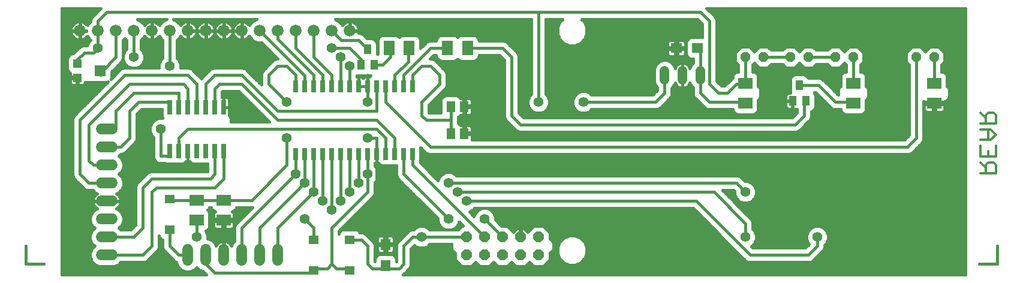
<source format=gbl>
G75*
%MOIN*%
%OFA0B0*%
%FSLAX24Y24*%
%IPPOS*%
%LPD*%
%AMOC8*
5,1,8,0,0,1.08239X$1,22.5*
%
%ADD10C,0.0120*%
%ADD11R,0.0787X0.0630*%
%ADD12OC8,0.0520*%
%ADD13R,0.0394X0.0551*%
%ADD14R,0.0630X0.0787*%
%ADD15R,0.0630X0.0551*%
%ADD16R,0.0551X0.0630*%
%ADD17C,0.0600*%
%ADD18OC8,0.0600*%
%ADD19R,0.0512X0.0591*%
%ADD20R,0.0579X0.0500*%
%ADD21C,0.0660*%
%ADD22R,0.0260X0.0800*%
%ADD23R,0.0480X0.0480*%
%ADD24R,0.0590X0.0630*%
%ADD25C,0.0520*%
%ADD26R,0.0256X0.0669*%
%ADD27C,0.0160*%
%ADD28C,0.0560*%
D10*
X054240Y006240D02*
X055121Y006240D01*
X055121Y006680D01*
X054974Y006827D01*
X054680Y006827D01*
X054534Y006680D01*
X054534Y006240D01*
X054534Y006534D02*
X054240Y006827D01*
X054240Y007161D02*
X054240Y007748D01*
X054240Y008082D02*
X054827Y008082D01*
X055121Y008375D01*
X054827Y008669D01*
X054240Y008669D01*
X054680Y008669D02*
X054680Y008082D01*
X055121Y007748D02*
X055121Y007161D01*
X054240Y007161D01*
X054680Y007161D02*
X054680Y007454D01*
X054534Y009002D02*
X054534Y009443D01*
X054680Y009590D01*
X054974Y009590D01*
X055121Y009443D01*
X055121Y009002D01*
X054240Y009002D01*
X054534Y009296D02*
X054240Y009590D01*
D11*
X051680Y010129D03*
X051680Y011231D03*
X047180Y011231D03*
X047180Y010129D03*
X041180Y010129D03*
X041180Y011231D03*
X012180Y004731D03*
X010680Y004731D03*
X010680Y003629D03*
X012180Y003629D03*
D12*
X041180Y012680D03*
X042180Y012680D03*
X043680Y012680D03*
X044680Y012680D03*
X046180Y012680D03*
X047180Y012680D03*
X050680Y012680D03*
X051680Y012680D03*
D13*
X044180Y011113D03*
X043806Y010247D03*
X044554Y010247D03*
X020554Y012247D03*
X019806Y012247D03*
X020180Y013113D03*
D14*
X021379Y013180D03*
X022481Y013180D03*
X024629Y013180D03*
X025731Y013180D03*
D15*
X037339Y013180D03*
X038521Y013180D03*
D16*
X021180Y002271D03*
X021180Y001089D03*
D17*
X015180Y001380D02*
X015180Y001980D01*
X014180Y001980D02*
X014180Y001380D01*
X013180Y001380D02*
X013180Y001980D01*
X012180Y001980D02*
X012180Y001380D01*
X011180Y001380D02*
X011180Y001980D01*
X010180Y001980D02*
X010180Y001380D01*
X005980Y001680D02*
X005380Y001680D01*
X005380Y002680D02*
X005980Y002680D01*
X005980Y003680D02*
X005380Y003680D01*
X005380Y004680D02*
X005980Y004680D01*
X005980Y005680D02*
X005380Y005680D01*
X005380Y006680D02*
X005980Y006680D01*
X005980Y007680D02*
X005380Y007680D01*
X005380Y008680D02*
X005980Y008680D01*
D18*
X025680Y002680D03*
X026680Y002680D03*
X027680Y002680D03*
X028680Y002680D03*
X029680Y002680D03*
X029680Y001680D03*
X028680Y001680D03*
X027680Y001680D03*
X026680Y001680D03*
X025680Y001680D03*
D19*
X025554Y008430D03*
X024806Y008430D03*
X024806Y009930D03*
X025554Y009930D03*
D20*
X009180Y004776D03*
X009180Y003084D03*
X017180Y002526D03*
X019180Y002526D03*
X019180Y000834D03*
X017180Y000834D03*
D21*
X017182Y014152D03*
X018182Y014152D03*
X019182Y014152D03*
X016182Y014152D03*
X015182Y014152D03*
X014182Y014152D03*
X013182Y014152D03*
X012182Y014152D03*
X011182Y014152D03*
X010182Y014152D03*
X009182Y014152D03*
X008182Y014152D03*
X007182Y014152D03*
X006182Y014152D03*
X005182Y014152D03*
X004182Y014152D03*
D22*
X009180Y009890D03*
X009680Y009890D03*
X010180Y009890D03*
X010680Y009890D03*
X011180Y009890D03*
X011680Y009890D03*
X012180Y009890D03*
X012180Y007470D03*
X011680Y007470D03*
X011180Y007470D03*
X010680Y007470D03*
X010180Y007470D03*
X009680Y007470D03*
X009180Y007470D03*
D23*
X004050Y011540D03*
X004050Y012320D03*
D24*
X005325Y011930D03*
D25*
X036695Y011930D02*
X036695Y011410D01*
X037680Y011410D02*
X037680Y011930D01*
X038664Y011930D02*
X038664Y011410D01*
D26*
X022680Y011062D03*
X022180Y011062D03*
X021680Y011062D03*
X021180Y011062D03*
X020680Y011062D03*
X020180Y011062D03*
X019680Y011062D03*
X019180Y011062D03*
X018680Y011062D03*
X018180Y011062D03*
X017680Y011062D03*
X017180Y011062D03*
X016680Y011062D03*
X016180Y011062D03*
X016180Y007298D03*
X016680Y007298D03*
X017180Y007298D03*
X017680Y007298D03*
X018180Y007298D03*
X018680Y007298D03*
X019180Y007298D03*
X019680Y007298D03*
X020180Y007298D03*
X020680Y007298D03*
X021180Y007298D03*
X021680Y007298D03*
X022180Y007298D03*
X022680Y007298D03*
D27*
X003180Y000580D02*
X003180Y015405D01*
X005339Y015405D01*
X004841Y014907D01*
X004780Y014760D01*
X004780Y014670D01*
X004631Y014521D01*
X004599Y014445D01*
X004571Y014485D01*
X004514Y014541D01*
X004449Y014589D01*
X004377Y014625D01*
X004301Y014650D01*
X004222Y014662D01*
X004200Y014662D01*
X004200Y014171D01*
X004163Y014171D01*
X004163Y014662D01*
X004141Y014662D01*
X004062Y014650D01*
X003986Y014625D01*
X003914Y014589D01*
X003849Y014541D01*
X003793Y014485D01*
X003745Y014420D01*
X003709Y014348D01*
X003684Y014272D01*
X003672Y014193D01*
X003672Y014171D01*
X004163Y014171D01*
X004163Y014134D01*
X003672Y014134D01*
X003672Y014112D01*
X003684Y014033D01*
X003709Y013957D01*
X003745Y013885D01*
X003793Y013820D01*
X003849Y013763D01*
X003914Y013716D01*
X003986Y013680D01*
X004062Y013655D01*
X004141Y013642D01*
X004163Y013642D01*
X004163Y014134D01*
X004200Y014134D01*
X004532Y014134D01*
X004532Y014171D01*
X004200Y014171D01*
X004200Y014134D01*
X004200Y013642D01*
X004222Y013642D01*
X004301Y013655D01*
X004377Y013680D01*
X004449Y013716D01*
X004514Y013763D01*
X004571Y013820D01*
X004599Y013860D01*
X004631Y013784D01*
X004782Y013633D01*
X004782Y013630D01*
X004671Y013520D01*
X004593Y013330D01*
X004350Y013330D01*
X004203Y013269D01*
X004091Y013157D01*
X003814Y012880D01*
X003746Y012880D01*
X003629Y012831D01*
X003539Y012741D01*
X003490Y012624D01*
X003490Y012016D01*
X003539Y011899D01*
X003629Y011809D01*
X003631Y011808D01*
X003630Y011804D01*
X003630Y011580D01*
X004010Y011580D01*
X004010Y011500D01*
X004072Y011500D01*
X004090Y011456D01*
X004090Y011120D01*
X004314Y011120D01*
X004359Y011132D01*
X004401Y011156D01*
X004434Y011189D01*
X004458Y011231D01*
X004470Y011276D01*
X004470Y011280D01*
X005010Y011280D01*
X005046Y011295D01*
X005684Y011295D01*
X005762Y011327D01*
X003953Y009519D01*
X003841Y009407D01*
X003780Y009260D01*
X003780Y006100D01*
X003841Y005953D01*
X003953Y005841D01*
X004341Y005453D01*
X004453Y005341D01*
X004600Y005280D01*
X004903Y005280D01*
X005029Y005154D01*
X005153Y005103D01*
X005128Y005091D01*
X005067Y005046D01*
X005014Y004993D01*
X004969Y004932D01*
X004935Y004864D01*
X004912Y004792D01*
X004900Y004718D01*
X004900Y004700D01*
X005660Y004700D01*
X005660Y004660D01*
X004900Y004660D01*
X004900Y004642D01*
X004912Y004568D01*
X004935Y004496D01*
X004969Y004428D01*
X005014Y004367D01*
X005067Y004314D01*
X005128Y004269D01*
X005153Y004257D01*
X005029Y004206D01*
X004854Y004031D01*
X004760Y003803D01*
X004760Y003557D01*
X004854Y003329D01*
X005003Y003180D01*
X004854Y003031D01*
X004760Y002803D01*
X004760Y002557D01*
X004854Y002329D01*
X005003Y002180D01*
X004854Y002031D01*
X004760Y001803D01*
X004760Y001557D01*
X004854Y001329D01*
X005029Y001154D01*
X005257Y001060D01*
X006103Y001060D01*
X006331Y001154D01*
X006457Y001280D01*
X007760Y001280D01*
X007907Y001341D01*
X008019Y001453D01*
X008519Y001953D01*
X008580Y002100D01*
X008580Y002747D01*
X008619Y002652D01*
X008709Y002562D01*
X008780Y002533D01*
X008780Y002100D01*
X008841Y001953D01*
X009341Y001453D01*
X009453Y001341D01*
X009560Y001297D01*
X009560Y001257D01*
X009654Y001029D01*
X009829Y000854D01*
X010057Y000760D01*
X010303Y000760D01*
X010531Y000854D01*
X010680Y001003D01*
X010829Y000854D01*
X011019Y000776D01*
X011214Y000580D01*
X003180Y000580D01*
X003180Y000656D02*
X011139Y000656D01*
X010926Y000814D02*
X010434Y000814D01*
X010649Y000973D02*
X010711Y000973D01*
X011180Y001180D02*
X011680Y000680D01*
X017026Y000680D01*
X017180Y000834D01*
X017276Y000930D01*
X017930Y000930D01*
X018180Y001180D01*
X018430Y000930D01*
X019084Y000930D01*
X019180Y000834D01*
X018180Y001180D02*
X018180Y003180D01*
X020180Y005180D01*
X020180Y006180D01*
X020180Y007298D01*
X020680Y007298D02*
X020680Y007298D01*
X020680Y006783D01*
X020780Y006783D01*
X020781Y006782D01*
X020871Y006692D01*
X020988Y006643D01*
X021372Y006643D01*
X021430Y006668D01*
X021488Y006643D01*
X021780Y006643D01*
X021780Y006100D01*
X021841Y005953D01*
X021953Y005841D01*
X024080Y003714D01*
X024080Y003561D01*
X024171Y003340D01*
X024340Y003171D01*
X024561Y003080D01*
X024799Y003080D01*
X025020Y003171D01*
X025189Y003340D01*
X025266Y003528D01*
X025494Y003300D01*
X025423Y003300D01*
X025203Y003080D01*
X023629Y003080D01*
X023520Y003189D01*
X023299Y003280D01*
X023061Y003280D01*
X022840Y003189D01*
X022731Y003080D01*
X022600Y003080D01*
X022453Y003019D01*
X022341Y002907D01*
X021841Y002407D01*
X021780Y002260D01*
X021780Y001346D01*
X021776Y001341D01*
X021776Y001468D01*
X021727Y001586D01*
X021637Y001676D01*
X021519Y001724D01*
X020841Y001724D01*
X020723Y001676D01*
X020633Y001586D01*
X020584Y001468D01*
X020584Y001341D01*
X020580Y001346D01*
X020580Y002260D01*
X020519Y002407D01*
X020060Y002866D01*
X019913Y002926D01*
X019754Y002926D01*
X019741Y002958D01*
X019651Y003048D01*
X019533Y003096D01*
X018827Y003096D01*
X018709Y003048D01*
X018619Y002958D01*
X018580Y002863D01*
X018580Y003014D01*
X020519Y004953D01*
X020580Y005100D01*
X020580Y005731D01*
X020689Y005840D01*
X020780Y006061D01*
X020780Y006299D01*
X020689Y006520D01*
X020580Y006629D01*
X020580Y006783D01*
X020680Y006783D01*
X020680Y007298D01*
X020680Y003680D01*
X021180Y003180D01*
X021180Y002271D01*
X021238Y002241D02*
X021780Y002241D01*
X021636Y002213D02*
X021636Y001932D01*
X021623Y001886D01*
X021600Y001845D01*
X021566Y001812D01*
X021525Y001788D01*
X021479Y001776D01*
X021238Y001776D01*
X021238Y002213D01*
X021238Y002328D01*
X021636Y002328D01*
X021636Y002609D01*
X021623Y002655D01*
X021600Y002696D01*
X021566Y002730D01*
X021525Y002753D01*
X021479Y002766D01*
X021238Y002766D01*
X021238Y002328D01*
X021122Y002328D01*
X021122Y002213D01*
X020724Y002213D01*
X020724Y001932D01*
X020737Y001886D01*
X020760Y001845D01*
X020794Y001812D01*
X020835Y001788D01*
X020881Y001776D01*
X021122Y001776D01*
X021122Y002213D01*
X021238Y002213D01*
X021636Y002213D01*
X021636Y002082D02*
X021780Y002082D01*
X021780Y001924D02*
X021633Y001924D01*
X021780Y001765D02*
X020580Y001765D01*
X020580Y001607D02*
X020654Y001607D01*
X020584Y001448D02*
X020580Y001448D01*
X020580Y001924D02*
X020727Y001924D01*
X020724Y002082D02*
X020580Y002082D01*
X020580Y002241D02*
X021122Y002241D01*
X021122Y002328D02*
X020724Y002328D01*
X020724Y002609D01*
X020737Y002655D01*
X020760Y002696D01*
X020794Y002730D01*
X020835Y002753D01*
X020881Y002766D01*
X021122Y002766D01*
X021122Y002328D01*
X021122Y002399D02*
X021238Y002399D01*
X021238Y002558D02*
X021122Y002558D01*
X021122Y002716D02*
X021238Y002716D01*
X021580Y002716D02*
X022150Y002716D01*
X021992Y002558D02*
X021636Y002558D01*
X021636Y002399D02*
X021838Y002399D01*
X022180Y002180D02*
X022180Y001180D01*
X021930Y000930D01*
X021339Y000930D01*
X021180Y001089D01*
X021021Y000930D01*
X020430Y000930D01*
X020180Y001180D01*
X020180Y002180D01*
X019834Y002526D01*
X019180Y002526D01*
X018585Y002875D02*
X018580Y002875D01*
X018599Y003033D02*
X018695Y003033D01*
X018757Y003192D02*
X022847Y003192D01*
X022487Y003033D02*
X019665Y003033D01*
X020039Y002875D02*
X022309Y002875D01*
X022680Y002680D02*
X023180Y002680D01*
X025680Y002680D01*
X024860Y002280D02*
X024860Y002016D01*
X024909Y001899D01*
X024999Y001809D01*
X025060Y001783D01*
X025060Y001423D01*
X025423Y001060D01*
X025937Y001060D01*
X026180Y001303D01*
X026423Y001060D01*
X026937Y001060D01*
X027180Y001303D01*
X027423Y001060D01*
X027937Y001060D01*
X028180Y001303D01*
X028423Y001060D01*
X028937Y001060D01*
X029180Y001303D01*
X029423Y001060D01*
X029937Y001060D01*
X030300Y001423D01*
X030300Y001783D01*
X030361Y001809D01*
X030451Y001899D01*
X030500Y002016D01*
X030500Y002344D01*
X030451Y002461D01*
X030361Y002551D01*
X030300Y002577D01*
X030300Y002937D01*
X029937Y003300D01*
X029423Y003300D01*
X029081Y002958D01*
X028879Y003160D01*
X028700Y003160D01*
X028700Y002700D01*
X028660Y002700D01*
X028660Y003160D01*
X028481Y003160D01*
X028279Y002958D01*
X027937Y003300D01*
X027626Y003300D01*
X027280Y003646D01*
X027280Y003799D01*
X027189Y004020D01*
X027020Y004189D01*
X026799Y004280D01*
X026561Y004280D01*
X026340Y004189D01*
X026171Y004020D01*
X026094Y003832D01*
X025832Y004094D01*
X026020Y004171D01*
X026129Y004280D01*
X038264Y004280D01*
X041091Y001453D01*
X041203Y001341D01*
X041350Y001280D01*
X044760Y001280D01*
X044907Y001341D01*
X045019Y001453D01*
X045519Y001953D01*
X045580Y002100D01*
X045580Y002231D01*
X045689Y002340D01*
X045780Y002561D01*
X045780Y002799D01*
X045689Y003020D01*
X045520Y003189D01*
X045299Y003280D01*
X045061Y003280D01*
X044840Y003189D01*
X044671Y003020D01*
X044580Y002799D01*
X044580Y002561D01*
X044671Y002340D01*
X044723Y002289D01*
X044514Y002080D01*
X041596Y002080D01*
X041509Y002167D01*
X041520Y002171D01*
X041689Y002340D01*
X041780Y002561D01*
X041780Y002799D01*
X041689Y003020D01*
X041580Y003129D01*
X041580Y003510D01*
X041519Y003657D01*
X041407Y003769D01*
X039896Y005280D01*
X040514Y005280D01*
X040580Y005214D01*
X040580Y005061D01*
X040671Y004840D01*
X040840Y004671D01*
X041061Y004580D01*
X041299Y004580D01*
X041520Y004671D01*
X041689Y004840D01*
X041780Y005061D01*
X041780Y005299D01*
X041689Y005520D01*
X041520Y005689D01*
X041299Y005780D01*
X041146Y005780D01*
X040907Y006019D01*
X040760Y006080D01*
X025129Y006080D01*
X025020Y006189D01*
X024799Y006280D01*
X024561Y006280D01*
X024340Y006189D01*
X024171Y006020D01*
X024094Y005832D01*
X023098Y006828D01*
X023128Y006900D01*
X023128Y007666D01*
X023453Y007341D01*
X023600Y007280D01*
X050260Y007280D01*
X050407Y007341D01*
X050907Y007841D01*
X051019Y007953D01*
X051080Y008100D01*
X051080Y010225D01*
X051106Y010214D01*
X051106Y010206D01*
X051603Y010206D01*
X051603Y010051D01*
X051757Y010051D01*
X051757Y009634D01*
X052097Y009634D01*
X052143Y009646D01*
X052184Y009670D01*
X052218Y009703D01*
X052241Y009744D01*
X052254Y009790D01*
X052254Y010051D01*
X051757Y010051D01*
X051757Y010206D01*
X052254Y010206D01*
X052254Y010214D01*
X052361Y010259D01*
X052451Y010349D01*
X052500Y010466D01*
X052500Y010894D01*
X052451Y011011D01*
X052394Y011069D01*
X052394Y011610D01*
X052345Y011727D01*
X052255Y011817D01*
X052137Y011866D01*
X052080Y011866D01*
X052080Y012260D01*
X052260Y012440D01*
X052260Y012920D01*
X051920Y013260D01*
X051440Y013260D01*
X051180Y013000D01*
X050920Y013260D01*
X050440Y013260D01*
X050100Y012920D01*
X050100Y012440D01*
X050280Y012260D01*
X050280Y008346D01*
X050014Y008080D01*
X025982Y008080D01*
X025990Y008111D01*
X025990Y008382D01*
X025602Y008382D01*
X025602Y008478D01*
X025506Y008478D01*
X025506Y008905D01*
X025334Y008905D01*
X025333Y008907D01*
X025243Y008997D01*
X025206Y009012D01*
X025206Y009348D01*
X025243Y009363D01*
X025333Y009453D01*
X025334Y009455D01*
X025506Y009455D01*
X025506Y009882D01*
X025602Y009882D01*
X025602Y009455D01*
X025834Y009455D01*
X025879Y009467D01*
X025920Y009491D01*
X025954Y009524D01*
X025978Y009565D01*
X025990Y009611D01*
X025990Y009882D01*
X025602Y009882D01*
X025602Y009978D01*
X025506Y009978D01*
X025506Y010405D01*
X025334Y010405D01*
X025333Y010407D01*
X025243Y010497D01*
X025126Y010545D01*
X024486Y010545D01*
X024369Y010497D01*
X024279Y010407D01*
X024230Y010289D01*
X024230Y009580D01*
X023596Y009580D01*
X023580Y009596D01*
X023580Y010014D01*
X024519Y010953D01*
X024580Y011100D01*
X024580Y011760D01*
X024519Y011907D01*
X024407Y012019D01*
X023907Y012519D01*
X023760Y012580D01*
X023646Y012580D01*
X023846Y012780D01*
X023994Y012780D01*
X023994Y012723D01*
X024043Y012605D01*
X024133Y012515D01*
X024250Y012466D01*
X025007Y012466D01*
X025125Y012515D01*
X025180Y012570D01*
X025235Y012515D01*
X025353Y012466D01*
X026110Y012466D01*
X026227Y012515D01*
X026317Y012605D01*
X026366Y012723D01*
X026366Y012780D01*
X027514Y012780D01*
X027780Y012514D01*
X027780Y009350D01*
X027841Y009203D01*
X027953Y009091D01*
X028341Y008703D01*
X028453Y008591D01*
X028600Y008530D01*
X044010Y008530D01*
X044157Y008591D01*
X044269Y008703D01*
X044269Y008703D01*
X044657Y009091D01*
X044769Y009203D01*
X044830Y009350D01*
X044830Y009658D01*
X044932Y009700D01*
X045022Y009790D01*
X045071Y009908D01*
X045071Y010586D01*
X045022Y010704D01*
X045013Y010713D01*
X045081Y010713D01*
X045841Y009953D01*
X045953Y009841D01*
X046100Y009780D01*
X046466Y009780D01*
X046466Y009750D01*
X046515Y009633D01*
X046605Y009543D01*
X046723Y009494D01*
X047637Y009494D01*
X047755Y009543D01*
X047845Y009633D01*
X047894Y009750D01*
X047894Y010291D01*
X047951Y010349D01*
X048000Y010466D01*
X048000Y010894D01*
X047951Y011011D01*
X047894Y011069D01*
X047894Y011610D01*
X047845Y011727D01*
X047755Y011817D01*
X047637Y011866D01*
X047580Y011866D01*
X047580Y012260D01*
X047760Y012440D01*
X047760Y012920D01*
X047420Y013260D01*
X046940Y013260D01*
X046680Y013000D01*
X046420Y013260D01*
X045940Y013260D01*
X045760Y013080D01*
X045100Y013080D01*
X044920Y013260D01*
X044440Y013260D01*
X044180Y013000D01*
X043920Y013260D01*
X043440Y013260D01*
X043260Y013080D01*
X042600Y013080D01*
X042420Y013260D01*
X041940Y013260D01*
X041680Y013000D01*
X041420Y013260D01*
X040940Y013260D01*
X040600Y012920D01*
X040600Y012440D01*
X040780Y012260D01*
X040780Y011866D01*
X040723Y011866D01*
X040605Y011817D01*
X040515Y011727D01*
X040466Y011610D01*
X040466Y011524D01*
X040453Y011519D01*
X040341Y011407D01*
X040014Y011080D01*
X039846Y011080D01*
X039580Y011346D01*
X039580Y014760D01*
X039519Y014907D01*
X039407Y015019D01*
X039021Y015405D01*
X053408Y015405D01*
X053408Y000580D01*
X022130Y000580D01*
X022157Y000591D01*
X022269Y000703D01*
X022519Y000953D01*
X022580Y001100D01*
X022580Y001260D01*
X022580Y002014D01*
X022789Y002223D01*
X022840Y002171D01*
X023061Y002080D01*
X023299Y002080D01*
X023520Y002171D01*
X023629Y002280D01*
X024860Y002280D01*
X024860Y002241D02*
X023589Y002241D01*
X023304Y002082D02*
X024860Y002082D01*
X024898Y001924D02*
X022580Y001924D01*
X022580Y001765D02*
X025060Y001765D01*
X025060Y001607D02*
X022580Y001607D01*
X022580Y001448D02*
X025060Y001448D01*
X025194Y001290D02*
X022580Y001290D01*
X022580Y001131D02*
X025352Y001131D01*
X026008Y001131D02*
X026352Y001131D01*
X026194Y001290D02*
X026166Y001290D01*
X027008Y001131D02*
X027352Y001131D01*
X027194Y001290D02*
X027166Y001290D01*
X028008Y001131D02*
X028352Y001131D01*
X028194Y001290D02*
X028166Y001290D01*
X029008Y001131D02*
X029352Y001131D01*
X029194Y001290D02*
X029166Y001290D01*
X030008Y001131D02*
X053408Y001131D01*
X053408Y000973D02*
X022527Y000973D01*
X022380Y000814D02*
X053408Y000814D01*
X053408Y000656D02*
X022221Y000656D01*
X021180Y001089D02*
X021089Y001180D01*
X021776Y001448D02*
X021780Y001448D01*
X021780Y001607D02*
X021706Y001607D01*
X021238Y001924D02*
X021122Y001924D01*
X021122Y002082D02*
X021238Y002082D01*
X020724Y002399D02*
X020522Y002399D01*
X020368Y002558D02*
X020724Y002558D01*
X020780Y002716D02*
X020210Y002716D01*
X018916Y003350D02*
X024167Y003350D01*
X024102Y003509D02*
X019074Y003509D01*
X019233Y003667D02*
X024080Y003667D01*
X023969Y003826D02*
X019391Y003826D01*
X019550Y003984D02*
X023810Y003984D01*
X023652Y004143D02*
X019708Y004143D01*
X019867Y004301D02*
X023493Y004301D01*
X023335Y004460D02*
X020025Y004460D01*
X020184Y004618D02*
X023176Y004618D01*
X023018Y004777D02*
X020342Y004777D01*
X020501Y004935D02*
X022859Y004935D01*
X022701Y005094D02*
X020577Y005094D01*
X020580Y005252D02*
X022542Y005252D01*
X022384Y005411D02*
X020580Y005411D01*
X020580Y005569D02*
X022225Y005569D01*
X022067Y005728D02*
X020580Y005728D01*
X020708Y005886D02*
X021908Y005886D01*
X021803Y006045D02*
X020773Y006045D01*
X020780Y006203D02*
X021780Y006203D01*
X021780Y006362D02*
X020754Y006362D01*
X020689Y006520D02*
X021780Y006520D01*
X022180Y006180D02*
X022180Y007298D01*
X021680Y007298D02*
X021680Y008180D01*
X020680Y009180D01*
X015180Y009180D01*
X013180Y011180D01*
X011930Y011180D01*
X011680Y010930D01*
X011680Y009890D01*
X012180Y009890D02*
X012180Y010470D01*
X012180Y009890D01*
X012180Y009890D01*
X012490Y009890D01*
X012490Y010314D01*
X012478Y010359D01*
X012454Y010401D01*
X012421Y010434D01*
X012379Y010458D01*
X012334Y010470D01*
X012180Y010470D01*
X012082Y010470D01*
X012081Y010471D01*
X012080Y010473D01*
X012080Y010764D01*
X012096Y010780D01*
X013014Y010780D01*
X014714Y009080D01*
X012580Y009080D01*
X012580Y009100D01*
X012580Y009260D01*
X012519Y009407D01*
X012484Y009442D01*
X012490Y009466D01*
X012490Y009890D01*
X012180Y009890D01*
X012180Y009890D01*
X012180Y010007D02*
X012180Y010007D01*
X012180Y010166D02*
X012180Y010166D01*
X012180Y010324D02*
X012180Y010324D01*
X012080Y010483D02*
X013312Y010483D01*
X013153Y010641D02*
X012080Y010641D01*
X012487Y010324D02*
X013470Y010324D01*
X013629Y010166D02*
X012490Y010166D01*
X012490Y010007D02*
X013787Y010007D01*
X013946Y009849D02*
X012490Y009849D01*
X012490Y009690D02*
X014104Y009690D01*
X014263Y009532D02*
X012490Y009532D01*
X012533Y009373D02*
X014421Y009373D01*
X014580Y009215D02*
X012580Y009215D01*
X011180Y009890D02*
X011180Y011180D01*
X011680Y011680D01*
X013180Y011680D01*
X015180Y009680D01*
X020680Y009680D01*
X020680Y011062D01*
X020180Y011062D02*
X020180Y011062D01*
X020180Y011577D01*
X020028Y011577D01*
X019983Y011564D01*
X019942Y011541D01*
X019930Y011529D01*
X019918Y011541D01*
X019877Y011564D01*
X019832Y011577D01*
X019680Y011577D01*
X019580Y011577D01*
X019580Y011651D01*
X020066Y011651D01*
X020180Y011698D01*
X020294Y011651D01*
X020354Y011651D01*
X020281Y011578D01*
X020280Y011577D01*
X020180Y011577D01*
X020180Y011062D01*
X020180Y011062D01*
X019680Y011062D01*
X019680Y011577D01*
X019680Y011062D01*
X019680Y011062D01*
X019680Y011062D01*
X020180Y011062D01*
X020180Y010180D01*
X021180Y010180D02*
X021180Y011062D01*
X021680Y011062D02*
X021680Y011680D01*
X022430Y012430D01*
X022430Y013129D01*
X022481Y013180D01*
X023116Y013182D02*
X023116Y013637D01*
X023067Y013755D01*
X022977Y013845D01*
X022860Y013894D01*
X022103Y013894D01*
X021985Y013845D01*
X021930Y013790D01*
X021875Y013845D01*
X021757Y013894D01*
X021000Y013894D01*
X020883Y013845D01*
X020793Y013755D01*
X020744Y013637D01*
X020744Y012843D01*
X020697Y012843D01*
X020697Y013452D01*
X020648Y013570D01*
X020558Y013660D01*
X020441Y013709D01*
X020150Y013709D01*
X019907Y013952D01*
X019760Y014013D01*
X019673Y014013D01*
X019679Y014033D01*
X019692Y014112D01*
X019692Y014134D01*
X019200Y014134D01*
X019200Y014171D01*
X019163Y014171D01*
X019163Y014662D01*
X019141Y014662D01*
X019062Y014650D01*
X018986Y014625D01*
X018914Y014589D01*
X018849Y014541D01*
X018793Y014485D01*
X018764Y014445D01*
X018733Y014521D01*
X018550Y014703D01*
X018365Y014780D01*
X029280Y014780D01*
X029280Y010629D01*
X029171Y010520D01*
X029080Y010299D01*
X029080Y010061D01*
X029171Y009840D01*
X029340Y009671D01*
X029561Y009580D01*
X029799Y009580D01*
X030020Y009671D01*
X030189Y009840D01*
X030280Y010061D01*
X030280Y010299D01*
X030189Y010520D01*
X030080Y010629D01*
X030080Y014780D01*
X031023Y014780D01*
X030855Y014612D01*
X030732Y014314D01*
X030732Y013991D01*
X030855Y013692D01*
X031084Y013464D01*
X031382Y013340D01*
X031705Y013340D01*
X032004Y013464D01*
X032232Y013692D01*
X032356Y013991D01*
X032356Y014314D01*
X032232Y014612D01*
X032065Y014780D01*
X038514Y014780D01*
X038780Y014514D01*
X038780Y013776D01*
X038142Y013776D01*
X038024Y013727D01*
X037934Y013637D01*
X037886Y013519D01*
X037886Y012841D01*
X037934Y012723D01*
X038024Y012633D01*
X038142Y012584D01*
X038264Y012584D01*
X038264Y012350D01*
X038172Y012258D01*
X038095Y012073D01*
X038087Y012098D01*
X038056Y012160D01*
X038015Y012216D01*
X037966Y012265D01*
X037910Y012306D01*
X037848Y012337D01*
X037783Y012359D01*
X037714Y012370D01*
X037680Y012370D01*
X037680Y011670D01*
X037680Y011670D01*
X037680Y012370D01*
X037645Y012370D01*
X037576Y012359D01*
X037511Y012337D01*
X037449Y012306D01*
X037393Y012265D01*
X037344Y012216D01*
X037303Y012160D01*
X037272Y012098D01*
X037264Y012073D01*
X037187Y012258D01*
X037024Y012421D01*
X036811Y012510D01*
X036580Y012510D01*
X036367Y012421D01*
X036204Y012258D01*
X036115Y012045D01*
X036115Y011294D01*
X036204Y011081D01*
X036280Y011005D01*
X036280Y010846D01*
X036014Y010580D01*
X032629Y010580D01*
X032520Y010689D01*
X032299Y010780D01*
X032061Y010780D01*
X031840Y010689D01*
X031671Y010520D01*
X031580Y010299D01*
X031580Y010061D01*
X031671Y009840D01*
X031840Y009671D01*
X032061Y009580D01*
X032299Y009580D01*
X032520Y009671D01*
X032629Y009780D01*
X036260Y009780D01*
X036407Y009841D01*
X036907Y010341D01*
X037019Y010453D01*
X037034Y010469D01*
X037095Y010616D01*
X037095Y010775D01*
X037080Y010812D01*
X037080Y010974D01*
X037187Y011081D01*
X037264Y011266D01*
X037272Y011241D01*
X037303Y011179D01*
X037344Y011123D01*
X037393Y011074D01*
X037449Y011033D01*
X037511Y011002D01*
X037576Y010980D01*
X037645Y010970D01*
X037680Y010970D01*
X037714Y010970D01*
X037783Y010980D01*
X037848Y011002D01*
X037910Y011033D01*
X037966Y011074D01*
X038015Y011123D01*
X038056Y011179D01*
X038087Y011241D01*
X038095Y011266D01*
X038172Y011081D01*
X038264Y010989D01*
X038264Y010617D01*
X038325Y010470D01*
X038437Y010357D01*
X038841Y009953D01*
X038953Y009841D01*
X039100Y009780D01*
X040466Y009780D01*
X040466Y009750D01*
X040515Y009633D01*
X040605Y009543D01*
X040723Y009494D01*
X041637Y009494D01*
X041755Y009543D01*
X041845Y009633D01*
X041894Y009750D01*
X041894Y010291D01*
X041951Y010349D01*
X042000Y010466D01*
X042000Y010894D01*
X041951Y011011D01*
X041894Y011069D01*
X041894Y011610D01*
X041845Y011727D01*
X041755Y011817D01*
X041637Y011866D01*
X041580Y011866D01*
X041580Y012260D01*
X041680Y012360D01*
X041940Y012100D01*
X042420Y012100D01*
X042600Y012280D01*
X043260Y012280D01*
X043440Y012100D01*
X043920Y012100D01*
X044180Y012360D01*
X044440Y012100D01*
X044920Y012100D01*
X045100Y012280D01*
X045760Y012280D01*
X045940Y012100D01*
X046420Y012100D01*
X046680Y012360D01*
X046780Y012260D01*
X046780Y011866D01*
X046723Y011866D01*
X046605Y011817D01*
X046515Y011727D01*
X046466Y011610D01*
X046466Y011069D01*
X046409Y011011D01*
X046360Y010894D01*
X046360Y010580D01*
X046346Y010580D01*
X045474Y011452D01*
X045326Y011513D01*
X045167Y011513D01*
X044672Y011513D01*
X044648Y011570D01*
X044558Y011660D01*
X044441Y011709D01*
X043919Y011709D01*
X043802Y011660D01*
X043712Y011570D01*
X043663Y011452D01*
X043663Y010774D01*
X043693Y010703D01*
X043585Y010703D01*
X043540Y010690D01*
X043499Y010667D01*
X043465Y010633D01*
X043441Y010592D01*
X043429Y010546D01*
X043429Y010265D01*
X043788Y010265D01*
X043788Y010229D01*
X043788Y010228D02*
X043824Y010228D01*
X043824Y009791D01*
X044027Y009791D01*
X044030Y009792D01*
X044030Y009596D01*
X043764Y009330D01*
X028846Y009330D01*
X028580Y009596D01*
X028580Y012760D01*
X028519Y012907D01*
X028407Y013019D01*
X028407Y013019D01*
X027907Y013519D01*
X027760Y013580D01*
X026366Y013580D01*
X026366Y013637D01*
X026317Y013755D01*
X026227Y013845D01*
X026110Y013894D01*
X025353Y013894D01*
X025235Y013845D01*
X025180Y013790D01*
X025125Y013845D01*
X025007Y013894D01*
X024250Y013894D01*
X024133Y013845D01*
X024043Y013755D01*
X023994Y013637D01*
X023994Y013580D01*
X023600Y013580D01*
X023453Y013519D01*
X023341Y013407D01*
X023116Y013182D01*
X023116Y013336D02*
X023270Y013336D01*
X023116Y013494D02*
X023428Y013494D01*
X023110Y013653D02*
X024000Y013653D01*
X024099Y013811D02*
X023011Y013811D01*
X021951Y013811D02*
X021909Y013811D01*
X020849Y013811D02*
X020048Y013811D01*
X019865Y013970D02*
X029280Y013970D01*
X029280Y014128D02*
X019692Y014128D01*
X019692Y014171D02*
X019200Y014171D01*
X019200Y014662D01*
X019222Y014662D01*
X019301Y014650D01*
X019377Y014625D01*
X019449Y014589D01*
X019514Y014541D01*
X019571Y014485D01*
X019618Y014420D01*
X019654Y014348D01*
X019679Y014272D01*
X019692Y014193D01*
X019692Y014171D01*
X019674Y014287D02*
X029280Y014287D01*
X029280Y014445D02*
X019599Y014445D01*
X019419Y014604D02*
X029280Y014604D01*
X029280Y014762D02*
X018408Y014762D01*
X018650Y014604D02*
X018944Y014604D01*
X019163Y014604D02*
X019200Y014604D01*
X019200Y014445D02*
X019163Y014445D01*
X019163Y014287D02*
X019200Y014287D01*
X018721Y013613D02*
X018182Y014152D01*
X017182Y014152D02*
X017180Y014151D01*
X017180Y012680D01*
X018180Y011680D01*
X018180Y011062D01*
X018680Y011062D02*
X018680Y012680D01*
X019180Y013180D02*
X019806Y012554D01*
X019806Y012247D01*
X019180Y012180D02*
X019180Y011062D01*
X019680Y011062D02*
X019872Y011062D01*
X020180Y011062D01*
X020180Y011117D02*
X020180Y011117D01*
X020180Y011275D02*
X020180Y011275D01*
X020180Y011434D02*
X020180Y011434D01*
X020295Y011592D02*
X019580Y011592D01*
X019680Y011434D02*
X019680Y011434D01*
X019680Y011275D02*
X019680Y011275D01*
X019680Y011117D02*
X019680Y011117D01*
X017680Y011062D02*
X017680Y011680D01*
X016180Y013180D01*
X016182Y013182D01*
X016182Y014152D01*
X015182Y014152D02*
X015180Y014151D01*
X015180Y013680D01*
X017180Y011680D01*
X017180Y011062D01*
X016680Y011062D02*
X016680Y011654D01*
X014182Y014152D01*
X013599Y014445D02*
X013571Y014485D01*
X013514Y014541D01*
X013449Y014589D01*
X013377Y014625D01*
X013301Y014650D01*
X013222Y014662D01*
X013200Y014662D01*
X013200Y014171D01*
X013163Y014171D01*
X013163Y014662D01*
X013141Y014662D01*
X013062Y014650D01*
X012986Y014625D01*
X012914Y014589D01*
X012849Y014541D01*
X012793Y014485D01*
X012745Y014420D01*
X012709Y014348D01*
X012684Y014272D01*
X012682Y014256D01*
X012679Y014272D01*
X012654Y014348D01*
X012618Y014420D01*
X012571Y014485D01*
X012514Y014541D01*
X012449Y014589D01*
X012377Y014625D01*
X012301Y014650D01*
X012222Y014662D01*
X012200Y014662D01*
X012200Y014171D01*
X012163Y014171D01*
X012163Y014662D01*
X012141Y014662D01*
X012062Y014650D01*
X011986Y014625D01*
X011914Y014589D01*
X011849Y014541D01*
X011793Y014485D01*
X011745Y014420D01*
X011709Y014348D01*
X011684Y014272D01*
X011682Y014256D01*
X011679Y014272D01*
X011654Y014348D01*
X011618Y014420D01*
X011571Y014485D01*
X011514Y014541D01*
X011449Y014589D01*
X011377Y014625D01*
X011301Y014650D01*
X011222Y014662D01*
X011200Y014662D01*
X011200Y014171D01*
X011163Y014171D01*
X011163Y014662D01*
X011141Y014662D01*
X011062Y014650D01*
X010986Y014625D01*
X010914Y014589D01*
X010849Y014541D01*
X010793Y014485D01*
X010745Y014420D01*
X010709Y014348D01*
X010684Y014272D01*
X010682Y014256D01*
X010679Y014272D01*
X010654Y014348D01*
X010618Y014420D01*
X010571Y014485D01*
X010514Y014541D01*
X010449Y014589D01*
X010377Y014625D01*
X010301Y014650D01*
X010222Y014662D01*
X010200Y014662D01*
X010200Y014171D01*
X010163Y014171D01*
X010163Y014662D01*
X010141Y014662D01*
X010062Y014650D01*
X009986Y014625D01*
X009914Y014589D01*
X009849Y014541D01*
X009793Y014485D01*
X009764Y014445D01*
X009733Y014521D01*
X009550Y014703D01*
X009365Y014780D01*
X013998Y014780D01*
X013813Y014703D01*
X013631Y014521D01*
X013599Y014445D01*
X013713Y014604D02*
X013419Y014604D01*
X013200Y014604D02*
X013163Y014604D01*
X013163Y014445D02*
X013200Y014445D01*
X013200Y014287D02*
X013163Y014287D01*
X013163Y014171D02*
X013163Y014134D01*
X012672Y014134D01*
X012200Y014134D01*
X012200Y014171D01*
X013163Y014171D01*
X013163Y014134D02*
X013200Y014134D01*
X013200Y013642D01*
X013222Y013642D01*
X013301Y013655D01*
X013377Y013680D01*
X013449Y013716D01*
X013514Y013763D01*
X013571Y013820D01*
X013599Y013860D01*
X013631Y013784D01*
X013813Y013601D01*
X014052Y013502D01*
X014266Y013502D01*
X015188Y012580D01*
X015100Y012580D01*
X014953Y012519D01*
X014453Y012019D01*
X014341Y011907D01*
X014280Y011760D01*
X014280Y011146D01*
X013519Y011907D01*
X013407Y012019D01*
X013260Y012080D01*
X011600Y012080D01*
X011453Y012019D01*
X010953Y011519D01*
X010930Y011496D01*
X010519Y011907D01*
X010407Y012019D01*
X010260Y012080D01*
X009780Y012080D01*
X009780Y012299D01*
X009689Y012520D01*
X009582Y012627D01*
X009582Y013633D01*
X009733Y013784D01*
X009764Y013860D01*
X009793Y013820D01*
X009849Y013763D01*
X009914Y013716D01*
X009986Y013680D01*
X010062Y013655D01*
X010141Y013642D01*
X010163Y013642D01*
X010163Y014134D01*
X010200Y014134D01*
X010200Y014171D01*
X011163Y014171D01*
X011163Y014134D01*
X010672Y014134D01*
X010200Y014134D01*
X010200Y013642D01*
X010222Y013642D01*
X010301Y013655D01*
X010377Y013680D01*
X010449Y013716D01*
X010514Y013763D01*
X010571Y013820D01*
X010618Y013885D01*
X010654Y013957D01*
X010679Y014033D01*
X010682Y014049D01*
X010684Y014033D01*
X010709Y013957D01*
X010745Y013885D01*
X010793Y013820D01*
X010849Y013763D01*
X010914Y013716D01*
X010986Y013680D01*
X011062Y013655D01*
X011141Y013642D01*
X011163Y013642D01*
X011163Y014134D01*
X011200Y014134D01*
X011200Y014171D01*
X012163Y014171D01*
X012163Y014134D01*
X011672Y014134D01*
X011200Y014134D01*
X011200Y013642D01*
X011222Y013642D01*
X011301Y013655D01*
X011377Y013680D01*
X011449Y013716D01*
X011514Y013763D01*
X011571Y013820D01*
X011618Y013885D01*
X011654Y013957D01*
X011679Y014033D01*
X011682Y014049D01*
X011684Y014033D01*
X011709Y013957D01*
X011745Y013885D01*
X011793Y013820D01*
X011849Y013763D01*
X011914Y013716D01*
X011986Y013680D01*
X012062Y013655D01*
X012141Y013642D01*
X012163Y013642D01*
X012163Y014134D01*
X012200Y014134D01*
X012200Y013642D01*
X012222Y013642D01*
X012301Y013655D01*
X012377Y013680D01*
X012449Y013716D01*
X012514Y013763D01*
X012571Y013820D01*
X012618Y013885D01*
X012654Y013957D01*
X012679Y014033D01*
X012682Y014049D01*
X012684Y014033D01*
X012709Y013957D01*
X012745Y013885D01*
X012793Y013820D01*
X012849Y013763D01*
X012914Y013716D01*
X012986Y013680D01*
X013062Y013655D01*
X013141Y013642D01*
X013163Y013642D01*
X013163Y014134D01*
X013163Y014128D02*
X013200Y014128D01*
X013200Y013970D02*
X013163Y013970D01*
X013163Y013811D02*
X013200Y013811D01*
X013200Y013653D02*
X013163Y013653D01*
X013077Y013653D02*
X012286Y013653D01*
X012200Y013653D02*
X012163Y013653D01*
X012077Y013653D02*
X011286Y013653D01*
X011200Y013653D02*
X011163Y013653D01*
X011077Y013653D02*
X010286Y013653D01*
X010200Y013653D02*
X010163Y013653D01*
X010077Y013653D02*
X009601Y013653D01*
X009582Y013494D02*
X014274Y013494D01*
X014433Y013336D02*
X009582Y013336D01*
X009582Y013177D02*
X014591Y013177D01*
X014750Y013019D02*
X009582Y013019D01*
X009582Y012860D02*
X014908Y012860D01*
X015067Y012702D02*
X009582Y012702D01*
X009666Y012543D02*
X015011Y012543D01*
X014819Y012385D02*
X009745Y012385D01*
X009780Y012226D02*
X014660Y012226D01*
X014502Y012068D02*
X013290Y012068D01*
X013517Y011909D02*
X014343Y011909D01*
X014280Y011751D02*
X013675Y011751D01*
X013834Y011592D02*
X014280Y011592D01*
X014280Y011434D02*
X013992Y011434D01*
X014151Y011275D02*
X014280Y011275D01*
X014680Y011180D02*
X015680Y010180D01*
X016180Y011062D02*
X016180Y011680D01*
X015680Y012180D01*
X015180Y012180D01*
X014680Y011680D01*
X014680Y011180D01*
X011343Y011909D02*
X010517Y011909D01*
X010675Y011751D02*
X011185Y011751D01*
X011026Y011592D02*
X010834Y011592D01*
X010680Y011180D02*
X010180Y011680D01*
X006680Y011680D01*
X004180Y009180D01*
X004180Y006180D01*
X004680Y005680D01*
X005680Y005680D01*
X006506Y005329D02*
X006600Y005557D01*
X006600Y005803D01*
X006506Y006031D01*
X006357Y006180D01*
X006506Y006329D01*
X006600Y006557D01*
X006600Y006803D01*
X006506Y007031D01*
X006357Y007180D01*
X006457Y007280D01*
X006510Y007280D01*
X006657Y007341D01*
X006769Y007453D01*
X007269Y007953D01*
X007330Y008100D01*
X007330Y009514D01*
X007596Y009780D01*
X008730Y009780D01*
X008730Y009426D01*
X008779Y009309D01*
X008794Y009293D01*
X008788Y009280D01*
X008561Y009280D01*
X008340Y009189D01*
X008171Y009020D01*
X008080Y008799D01*
X008080Y008561D01*
X008171Y008340D01*
X008280Y008231D01*
X008280Y007100D01*
X008341Y006953D01*
X008453Y006841D01*
X008600Y006780D01*
X008914Y006780D01*
X008986Y006750D01*
X009374Y006750D01*
X009430Y006773D01*
X009486Y006750D01*
X009874Y006750D01*
X009991Y006799D01*
X010081Y006889D01*
X010082Y006890D01*
X010180Y006890D01*
X010278Y006890D01*
X010279Y006889D01*
X010369Y006799D01*
X010486Y006750D01*
X010874Y006750D01*
X010930Y006773D01*
X010986Y006750D01*
X011280Y006750D01*
X011280Y006346D01*
X011264Y006330D01*
X008100Y006330D01*
X007953Y006269D01*
X007453Y005769D01*
X007341Y005657D01*
X007280Y005510D01*
X007280Y003346D01*
X007014Y003080D01*
X006457Y003080D01*
X006357Y003180D01*
X006506Y003329D01*
X006600Y003557D01*
X006600Y003803D01*
X006506Y004031D01*
X006331Y004206D01*
X006207Y004257D01*
X006232Y004269D01*
X006293Y004314D01*
X006346Y004367D01*
X006391Y004428D01*
X006425Y004496D01*
X006448Y004568D01*
X006460Y004642D01*
X006460Y004660D01*
X005700Y004660D01*
X005700Y004700D01*
X006460Y004700D01*
X006460Y004718D01*
X006448Y004792D01*
X006425Y004864D01*
X006391Y004932D01*
X006346Y004993D01*
X006293Y005046D01*
X006232Y005091D01*
X006207Y005103D01*
X006331Y005154D01*
X006506Y005329D01*
X006539Y005411D02*
X007280Y005411D01*
X007280Y005252D02*
X006429Y005252D01*
X006226Y005094D02*
X007280Y005094D01*
X007280Y004935D02*
X006388Y004935D01*
X006451Y004777D02*
X007280Y004777D01*
X007280Y004618D02*
X006456Y004618D01*
X006406Y004460D02*
X007280Y004460D01*
X007280Y004301D02*
X006275Y004301D01*
X006394Y004143D02*
X007280Y004143D01*
X007280Y003984D02*
X006525Y003984D01*
X006591Y003826D02*
X007280Y003826D01*
X007280Y003667D02*
X006600Y003667D01*
X006580Y003509D02*
X007280Y003509D01*
X007280Y003350D02*
X006514Y003350D01*
X006368Y003192D02*
X007126Y003192D01*
X007180Y002680D02*
X007680Y003180D01*
X007680Y005430D01*
X008180Y005930D01*
X011430Y005930D01*
X011680Y006180D01*
X011680Y007470D01*
X012180Y007470D02*
X012180Y005930D01*
X011680Y005430D01*
X008430Y005430D01*
X008180Y005180D01*
X008180Y002180D01*
X007680Y001680D01*
X005680Y001680D01*
X004905Y002082D02*
X003180Y002082D01*
X003180Y001924D02*
X004810Y001924D01*
X004760Y001765D02*
X003180Y001765D01*
X003180Y001607D02*
X004760Y001607D01*
X004805Y001448D02*
X003180Y001448D01*
X003180Y001290D02*
X004894Y001290D01*
X005085Y001131D02*
X003180Y001131D01*
X003180Y000973D02*
X009711Y000973D01*
X009612Y001131D02*
X006275Y001131D01*
X007783Y001290D02*
X009560Y001290D01*
X009346Y001448D02*
X008014Y001448D01*
X008172Y001607D02*
X009188Y001607D01*
X009029Y001765D02*
X008331Y001765D01*
X008489Y001924D02*
X008871Y001924D01*
X008788Y002082D02*
X008572Y002082D01*
X008580Y002241D02*
X008780Y002241D01*
X008780Y002399D02*
X008580Y002399D01*
X008580Y002558D02*
X008721Y002558D01*
X008593Y002716D02*
X008580Y002716D01*
X009180Y002680D02*
X009180Y002180D01*
X009680Y001680D01*
X010180Y001680D01*
X011180Y001680D02*
X011180Y001180D01*
X009926Y000814D02*
X003180Y000814D01*
X002180Y001180D02*
X001180Y001180D01*
X001180Y002180D01*
X003180Y002241D02*
X004943Y002241D01*
X004825Y002399D02*
X003180Y002399D01*
X003180Y002558D02*
X004760Y002558D01*
X004760Y002716D02*
X003180Y002716D01*
X003180Y002875D02*
X004789Y002875D01*
X004856Y003033D02*
X003180Y003033D01*
X003180Y003192D02*
X004992Y003192D01*
X004846Y003350D02*
X003180Y003350D01*
X003180Y003509D02*
X004780Y003509D01*
X004760Y003667D02*
X003180Y003667D01*
X003180Y003826D02*
X004769Y003826D01*
X004835Y003984D02*
X003180Y003984D01*
X003180Y004143D02*
X004966Y004143D01*
X005085Y004301D02*
X003180Y004301D01*
X003180Y004460D02*
X004954Y004460D01*
X004904Y004618D02*
X003180Y004618D01*
X003180Y004777D02*
X004909Y004777D01*
X004972Y004935D02*
X003180Y004935D01*
X003180Y005094D02*
X005134Y005094D01*
X004931Y005252D02*
X003180Y005252D01*
X003180Y005411D02*
X004384Y005411D01*
X004225Y005569D02*
X003180Y005569D01*
X003180Y005728D02*
X004067Y005728D01*
X003908Y005886D02*
X003180Y005886D01*
X003180Y006045D02*
X003803Y006045D01*
X003780Y006203D02*
X003180Y006203D01*
X003180Y006362D02*
X003780Y006362D01*
X003780Y006520D02*
X003180Y006520D01*
X003180Y006679D02*
X003780Y006679D01*
X003780Y006837D02*
X003180Y006837D01*
X003180Y006996D02*
X003780Y006996D01*
X003780Y007154D02*
X003180Y007154D01*
X003180Y007313D02*
X003780Y007313D01*
X003780Y007471D02*
X003180Y007471D01*
X003180Y007630D02*
X003780Y007630D01*
X003780Y007788D02*
X003180Y007788D01*
X003180Y007947D02*
X003780Y007947D01*
X003780Y008105D02*
X003180Y008105D01*
X003180Y008264D02*
X003780Y008264D01*
X003780Y008422D02*
X003180Y008422D01*
X003180Y008581D02*
X003780Y008581D01*
X003780Y008739D02*
X003180Y008739D01*
X003180Y008898D02*
X003780Y008898D01*
X003780Y009056D02*
X003180Y009056D01*
X003180Y009215D02*
X003780Y009215D01*
X003827Y009373D02*
X003180Y009373D01*
X003180Y009532D02*
X003966Y009532D01*
X004124Y009690D02*
X003180Y009690D01*
X003180Y009849D02*
X004283Y009849D01*
X004441Y010007D02*
X003180Y010007D01*
X003180Y010166D02*
X004600Y010166D01*
X004758Y010324D02*
X003180Y010324D01*
X003180Y010483D02*
X004917Y010483D01*
X005075Y010641D02*
X003180Y010641D01*
X003180Y010800D02*
X005234Y010800D01*
X005392Y010958D02*
X003180Y010958D01*
X003180Y011117D02*
X005551Y011117D01*
X005709Y011275D02*
X004470Y011275D01*
X004090Y011275D02*
X004010Y011275D01*
X004010Y011120D02*
X003786Y011120D01*
X003741Y011132D01*
X003699Y011156D01*
X003666Y011189D01*
X003642Y011231D01*
X003630Y011276D01*
X003630Y011500D01*
X004010Y011500D01*
X004010Y011120D01*
X003630Y011275D02*
X003180Y011275D01*
X003180Y011434D02*
X003630Y011434D01*
X003630Y011592D02*
X003180Y011592D01*
X003180Y011751D02*
X003630Y011751D01*
X003534Y011909D02*
X003180Y011909D01*
X003180Y012068D02*
X003490Y012068D01*
X003490Y012226D02*
X003180Y012226D01*
X003180Y012385D02*
X003490Y012385D01*
X003490Y012543D02*
X003180Y012543D01*
X003180Y012702D02*
X003522Y012702D01*
X003698Y012860D02*
X003180Y012860D01*
X003180Y013019D02*
X003953Y013019D01*
X004111Y013177D02*
X003180Y013177D01*
X003180Y013336D02*
X004595Y013336D01*
X004661Y013494D02*
X003180Y013494D01*
X003180Y013653D02*
X004077Y013653D01*
X004163Y013653D02*
X004200Y013653D01*
X004286Y013653D02*
X004762Y013653D01*
X004619Y013811D02*
X004561Y013811D01*
X004200Y013811D02*
X004163Y013811D01*
X004163Y013970D02*
X004200Y013970D01*
X004200Y014128D02*
X004163Y014128D01*
X004163Y014287D02*
X004200Y014287D01*
X004200Y014445D02*
X004163Y014445D01*
X004163Y014604D02*
X004200Y014604D01*
X004419Y014604D02*
X004713Y014604D01*
X004781Y014762D02*
X003180Y014762D01*
X003180Y014604D02*
X003944Y014604D01*
X003764Y014445D02*
X003180Y014445D01*
X003180Y014287D02*
X003689Y014287D01*
X003672Y014128D02*
X003180Y014128D01*
X003180Y013970D02*
X003705Y013970D01*
X003802Y013811D02*
X003180Y013811D01*
X004930Y012930D02*
X005180Y013180D01*
X005182Y013182D01*
X005182Y014152D01*
X005180Y014151D01*
X005182Y014152D02*
X005182Y014678D01*
X005180Y014680D01*
X005680Y015180D01*
X029680Y015180D01*
X029680Y010180D01*
X030280Y010166D02*
X031580Y010166D01*
X031590Y010324D02*
X030270Y010324D01*
X030204Y010483D02*
X031656Y010483D01*
X031792Y010641D02*
X030080Y010641D01*
X030080Y010800D02*
X036234Y010800D01*
X036280Y010958D02*
X030080Y010958D01*
X030080Y011117D02*
X036189Y011117D01*
X036123Y011275D02*
X030080Y011275D01*
X030080Y011434D02*
X036115Y011434D01*
X036115Y011592D02*
X030080Y011592D01*
X030080Y011751D02*
X036115Y011751D01*
X036115Y011909D02*
X030080Y011909D01*
X030080Y012068D02*
X036125Y012068D01*
X036190Y012226D02*
X030080Y012226D01*
X030080Y012385D02*
X036330Y012385D01*
X037061Y012385D02*
X038264Y012385D01*
X038264Y012543D02*
X030080Y012543D01*
X030080Y012702D02*
X037956Y012702D01*
X037886Y012860D02*
X037829Y012860D01*
X037834Y012881D02*
X037834Y013122D01*
X037397Y013122D01*
X037397Y012724D01*
X037678Y012724D01*
X037724Y012737D01*
X037765Y012760D01*
X037798Y012794D01*
X037822Y012835D01*
X037834Y012881D01*
X037834Y013019D02*
X037886Y013019D01*
X037886Y013177D02*
X037397Y013177D01*
X037397Y013122D02*
X037397Y013238D01*
X037282Y013238D01*
X037282Y013636D01*
X037001Y013636D01*
X036955Y013623D01*
X036914Y013600D01*
X036880Y013566D01*
X036857Y013525D01*
X036844Y013479D01*
X036844Y013238D01*
X037282Y013238D01*
X037282Y013122D01*
X037397Y013122D01*
X037397Y013019D02*
X037282Y013019D01*
X037282Y013122D02*
X037282Y012724D01*
X037001Y012724D01*
X036955Y012737D01*
X036914Y012760D01*
X036880Y012794D01*
X036857Y012835D01*
X036844Y012881D01*
X036844Y013122D01*
X037282Y013122D01*
X037282Y013177D02*
X030080Y013177D01*
X030080Y013019D02*
X036844Y013019D01*
X036850Y012860D02*
X030080Y012860D01*
X029280Y012860D02*
X028538Y012860D01*
X028580Y012702D02*
X029280Y012702D01*
X029280Y012543D02*
X028580Y012543D01*
X028580Y012385D02*
X029280Y012385D01*
X029280Y012226D02*
X028580Y012226D01*
X028580Y012068D02*
X029280Y012068D01*
X029280Y011909D02*
X028580Y011909D01*
X028580Y011751D02*
X029280Y011751D01*
X029280Y011592D02*
X028580Y011592D01*
X028580Y011434D02*
X029280Y011434D01*
X029280Y011275D02*
X028580Y011275D01*
X028580Y011117D02*
X029280Y011117D01*
X029280Y010958D02*
X028580Y010958D01*
X028580Y010800D02*
X029280Y010800D01*
X029280Y010641D02*
X028580Y010641D01*
X028580Y010483D02*
X029156Y010483D01*
X029090Y010324D02*
X028580Y010324D01*
X028580Y010166D02*
X029080Y010166D01*
X029102Y010007D02*
X028580Y010007D01*
X028580Y009849D02*
X029168Y009849D01*
X029321Y009690D02*
X028580Y009690D01*
X028644Y009532D02*
X040632Y009532D01*
X040491Y009690D02*
X032539Y009690D01*
X031821Y009690D02*
X030039Y009690D01*
X030192Y009849D02*
X031668Y009849D01*
X031602Y010007D02*
X030258Y010007D01*
X032180Y010180D02*
X036180Y010180D01*
X036680Y010680D01*
X036680Y011680D01*
X036690Y011670D01*
X036695Y011670D01*
X037680Y011670D02*
X037680Y011670D01*
X037680Y010970D01*
X037680Y011670D01*
X037680Y011592D02*
X037680Y011592D01*
X037680Y011434D02*
X037680Y011434D01*
X037680Y011275D02*
X037680Y011275D01*
X037680Y011117D02*
X037680Y011117D01*
X038009Y011117D02*
X038157Y011117D01*
X038264Y010958D02*
X037080Y010958D01*
X037085Y010800D02*
X038264Y010800D01*
X038264Y010641D02*
X037095Y010641D01*
X037040Y010483D02*
X038319Y010483D01*
X038470Y010324D02*
X036890Y010324D01*
X036907Y010341D02*
X036907Y010341D01*
X036731Y010166D02*
X038629Y010166D01*
X038787Y010007D02*
X036573Y010007D01*
X036414Y009849D02*
X038946Y009849D01*
X039180Y010180D02*
X041129Y010180D01*
X041180Y010129D01*
X041894Y010166D02*
X043429Y010166D01*
X043429Y010229D02*
X043429Y009948D01*
X043441Y009902D01*
X043465Y009861D01*
X043499Y009827D01*
X043540Y009804D01*
X043585Y009791D01*
X043788Y009791D01*
X043788Y010228D01*
X043788Y010229D02*
X043429Y010229D01*
X043429Y010324D02*
X041927Y010324D01*
X042000Y010483D02*
X043429Y010483D01*
X043473Y010641D02*
X042000Y010641D01*
X042000Y010800D02*
X043663Y010800D01*
X043663Y010958D02*
X041973Y010958D01*
X041894Y011117D02*
X043663Y011117D01*
X043663Y011275D02*
X041894Y011275D01*
X041894Y011434D02*
X043663Y011434D01*
X043734Y011592D02*
X041894Y011592D01*
X041822Y011751D02*
X046538Y011751D01*
X046466Y011592D02*
X044626Y011592D01*
X045492Y011434D02*
X046466Y011434D01*
X046466Y011275D02*
X045651Y011275D01*
X045809Y011117D02*
X046466Y011117D01*
X046387Y010958D02*
X045968Y010958D01*
X046126Y010800D02*
X046360Y010800D01*
X046360Y010641D02*
X046285Y010641D01*
X045312Y010483D02*
X045071Y010483D01*
X045071Y010324D02*
X045470Y010324D01*
X045629Y010166D02*
X045071Y010166D01*
X045071Y010007D02*
X045787Y010007D01*
X045946Y009849D02*
X045046Y009849D01*
X044908Y009690D02*
X046491Y009690D01*
X046632Y009532D02*
X044830Y009532D01*
X044830Y009373D02*
X050280Y009373D01*
X050280Y009215D02*
X044774Y009215D01*
X044657Y009091D02*
X044657Y009091D01*
X044622Y009056D02*
X050280Y009056D01*
X050280Y008898D02*
X044463Y008898D01*
X044305Y008739D02*
X050280Y008739D01*
X050280Y008581D02*
X044132Y008581D01*
X043930Y008930D02*
X044430Y009430D01*
X044430Y010123D01*
X044554Y010247D01*
X043824Y010166D02*
X043788Y010166D01*
X043788Y010007D02*
X043824Y010007D01*
X043824Y009849D02*
X043788Y009849D01*
X044030Y009690D02*
X041869Y009690D01*
X041894Y009849D02*
X043477Y009849D01*
X043429Y010007D02*
X041894Y010007D01*
X041728Y009532D02*
X043966Y009532D01*
X043807Y009373D02*
X028803Y009373D01*
X028680Y008930D02*
X028180Y009430D01*
X028180Y012680D01*
X027680Y013180D01*
X025731Y013180D01*
X026360Y013653D02*
X029280Y013653D01*
X029280Y013811D02*
X026261Y013811D01*
X025201Y013811D02*
X025159Y013811D01*
X024629Y013180D02*
X023680Y013180D01*
X022180Y011680D01*
X022180Y011062D01*
X022680Y011062D02*
X022680Y011680D01*
X023180Y012180D01*
X023680Y012180D01*
X024180Y011680D01*
X024180Y011180D01*
X023180Y010180D01*
X023180Y009430D01*
X023430Y009180D01*
X024806Y009180D01*
X024806Y008430D01*
X025506Y008581D02*
X025602Y008581D01*
X025602Y008478D02*
X025602Y008905D01*
X025834Y008905D01*
X025879Y008893D01*
X025920Y008869D01*
X025954Y008836D01*
X025978Y008795D01*
X025990Y008749D01*
X025990Y008478D01*
X025602Y008478D01*
X025602Y008422D02*
X050280Y008422D01*
X050198Y008264D02*
X025990Y008264D01*
X025988Y008105D02*
X050039Y008105D01*
X050180Y007680D02*
X050680Y008180D01*
X050680Y012680D01*
X050100Y012702D02*
X047760Y012702D01*
X047760Y012860D02*
X050100Y012860D01*
X050198Y013019D02*
X047662Y013019D01*
X047503Y013177D02*
X050357Y013177D01*
X051003Y013177D02*
X051357Y013177D01*
X051198Y013019D02*
X051162Y013019D01*
X052003Y013177D02*
X053408Y013177D01*
X053408Y013019D02*
X052162Y013019D01*
X052260Y012860D02*
X053408Y012860D01*
X053408Y012702D02*
X052260Y012702D01*
X052260Y012543D02*
X053408Y012543D01*
X053408Y012385D02*
X052205Y012385D01*
X052080Y012226D02*
X053408Y012226D01*
X053408Y012068D02*
X052080Y012068D01*
X052080Y011909D02*
X053408Y011909D01*
X053408Y011751D02*
X052322Y011751D01*
X052394Y011592D02*
X053408Y011592D01*
X053408Y011434D02*
X052394Y011434D01*
X052394Y011275D02*
X053408Y011275D01*
X053408Y011117D02*
X052394Y011117D01*
X052473Y010958D02*
X053408Y010958D01*
X053408Y010800D02*
X052500Y010800D01*
X052500Y010641D02*
X053408Y010641D01*
X053408Y010483D02*
X052500Y010483D01*
X052427Y010324D02*
X053408Y010324D01*
X053408Y010166D02*
X051757Y010166D01*
X051603Y010166D02*
X051080Y010166D01*
X051106Y010051D02*
X051106Y009790D01*
X051119Y009744D01*
X051142Y009703D01*
X051176Y009670D01*
X051217Y009646D01*
X051263Y009634D01*
X051603Y009634D01*
X051603Y010051D01*
X051106Y010051D01*
X051106Y010007D02*
X051080Y010007D01*
X051080Y009849D02*
X051106Y009849D01*
X051080Y009690D02*
X051156Y009690D01*
X051080Y009532D02*
X053408Y009532D01*
X053408Y009690D02*
X052204Y009690D01*
X052254Y009849D02*
X053408Y009849D01*
X053408Y010007D02*
X052254Y010007D01*
X051757Y010007D02*
X051603Y010007D01*
X051603Y009849D02*
X051757Y009849D01*
X051757Y009690D02*
X051603Y009690D01*
X051080Y009373D02*
X053408Y009373D01*
X053408Y009215D02*
X051080Y009215D01*
X051080Y009056D02*
X053408Y009056D01*
X053408Y008898D02*
X051080Y008898D01*
X051080Y008739D02*
X053408Y008739D01*
X053408Y008581D02*
X051080Y008581D01*
X051080Y008422D02*
X053408Y008422D01*
X053408Y008264D02*
X051080Y008264D01*
X051080Y008105D02*
X053408Y008105D01*
X053408Y007947D02*
X051012Y007947D01*
X050854Y007788D02*
X053408Y007788D01*
X053408Y007630D02*
X050695Y007630D01*
X050537Y007471D02*
X053408Y007471D01*
X053408Y007313D02*
X050338Y007313D01*
X050180Y007680D02*
X023680Y007680D01*
X021180Y010180D01*
X023580Y010007D02*
X024230Y010007D01*
X024230Y009849D02*
X023580Y009849D01*
X023580Y009690D02*
X024230Y009690D01*
X024806Y009930D02*
X024806Y009180D01*
X025206Y009215D02*
X027836Y009215D01*
X027780Y009373D02*
X025253Y009373D01*
X025506Y009532D02*
X025602Y009532D01*
X025602Y009690D02*
X025506Y009690D01*
X025506Y009849D02*
X025602Y009849D01*
X025602Y009978D02*
X025990Y009978D01*
X025990Y010249D01*
X025978Y010295D01*
X025954Y010336D01*
X025920Y010369D01*
X025879Y010393D01*
X025834Y010405D01*
X025602Y010405D01*
X025602Y009978D01*
X025602Y010007D02*
X025506Y010007D01*
X025506Y010166D02*
X025602Y010166D01*
X025602Y010324D02*
X025506Y010324D01*
X025257Y010483D02*
X027780Y010483D01*
X027780Y010641D02*
X024207Y010641D01*
X024355Y010483D02*
X024048Y010483D01*
X023890Y010324D02*
X024245Y010324D01*
X024230Y010166D02*
X023731Y010166D01*
X024365Y010800D02*
X027780Y010800D01*
X027780Y010958D02*
X024521Y010958D01*
X024580Y011117D02*
X027780Y011117D01*
X027780Y011275D02*
X024580Y011275D01*
X024580Y011434D02*
X027780Y011434D01*
X027780Y011592D02*
X024580Y011592D01*
X024580Y011751D02*
X027780Y011751D01*
X027780Y011909D02*
X024517Y011909D01*
X024358Y012068D02*
X027780Y012068D01*
X027780Y012226D02*
X024200Y012226D01*
X024041Y012385D02*
X027780Y012385D01*
X027751Y012543D02*
X026255Y012543D01*
X026357Y012702D02*
X027593Y012702D01*
X028407Y013019D02*
X029280Y013019D01*
X029280Y013177D02*
X028249Y013177D01*
X028090Y013336D02*
X029280Y013336D01*
X029280Y013494D02*
X027932Y013494D01*
X030080Y013494D02*
X031054Y013494D01*
X030895Y013653D02*
X030080Y013653D01*
X030080Y013811D02*
X030806Y013811D01*
X030740Y013970D02*
X030080Y013970D01*
X030080Y014128D02*
X030732Y014128D01*
X030732Y014287D02*
X030080Y014287D01*
X030080Y014445D02*
X030786Y014445D01*
X030852Y014604D02*
X030080Y014604D01*
X030080Y014762D02*
X031005Y014762D01*
X032083Y014762D02*
X038532Y014762D01*
X038691Y014604D02*
X032236Y014604D01*
X032302Y014445D02*
X038780Y014445D01*
X038780Y014287D02*
X032356Y014287D01*
X032356Y014128D02*
X038780Y014128D01*
X038780Y013970D02*
X032347Y013970D01*
X032281Y013811D02*
X038780Y013811D01*
X039580Y013811D02*
X053408Y013811D01*
X053408Y013653D02*
X039580Y013653D01*
X039580Y013494D02*
X053408Y013494D01*
X053408Y013336D02*
X039580Y013336D01*
X039580Y013177D02*
X040857Y013177D01*
X040698Y013019D02*
X039580Y013019D01*
X039580Y012860D02*
X040600Y012860D01*
X040600Y012702D02*
X039580Y012702D01*
X039580Y012543D02*
X040600Y012543D01*
X040655Y012385D02*
X039580Y012385D01*
X039580Y012226D02*
X040780Y012226D01*
X040780Y012068D02*
X039580Y012068D01*
X039580Y011909D02*
X040780Y011909D01*
X040538Y011751D02*
X039580Y011751D01*
X039580Y011592D02*
X040466Y011592D01*
X040368Y011434D02*
X039580Y011434D01*
X039651Y011275D02*
X040209Y011275D01*
X040051Y011117D02*
X039809Y011117D01*
X039680Y010680D02*
X039180Y011180D01*
X039180Y014680D01*
X038680Y015180D01*
X029680Y015180D01*
X032192Y013653D02*
X037950Y013653D01*
X037886Y013494D02*
X037830Y013494D01*
X037834Y013479D02*
X037822Y013525D01*
X037798Y013566D01*
X037765Y013600D01*
X037724Y013623D01*
X037678Y013636D01*
X037397Y013636D01*
X037397Y013238D01*
X037834Y013238D01*
X037834Y013479D01*
X037834Y013336D02*
X037886Y013336D01*
X037397Y013336D02*
X037282Y013336D01*
X037282Y013494D02*
X037397Y013494D01*
X036848Y013494D02*
X032034Y013494D01*
X030080Y013336D02*
X036844Y013336D01*
X037282Y012860D02*
X037397Y012860D01*
X038521Y013180D02*
X038664Y013037D01*
X038664Y011670D01*
X038664Y010696D01*
X039180Y010180D01*
X039680Y010680D02*
X040180Y010680D01*
X040680Y011180D01*
X041129Y011180D01*
X041180Y011231D01*
X041180Y012680D01*
X041580Y012226D02*
X041814Y012226D01*
X041580Y012068D02*
X046780Y012068D01*
X046780Y012226D02*
X046546Y012226D01*
X046780Y011909D02*
X041580Y011909D01*
X042546Y012226D02*
X043314Y012226D01*
X044046Y012226D02*
X044314Y012226D01*
X045046Y012226D02*
X045814Y012226D01*
X046180Y012680D02*
X044680Y012680D01*
X043680Y012680D02*
X042180Y012680D01*
X041698Y013019D02*
X041662Y013019D01*
X041503Y013177D02*
X041857Y013177D01*
X042503Y013177D02*
X043357Y013177D01*
X044003Y013177D02*
X044357Y013177D01*
X044198Y013019D02*
X044162Y013019D01*
X045003Y013177D02*
X045857Y013177D01*
X046503Y013177D02*
X046857Y013177D01*
X046698Y013019D02*
X046662Y013019D01*
X047180Y012680D02*
X047180Y011231D01*
X047894Y011275D02*
X050280Y011275D01*
X050280Y011117D02*
X047894Y011117D01*
X047973Y010958D02*
X050280Y010958D01*
X050280Y010800D02*
X048000Y010800D01*
X048000Y010641D02*
X050280Y010641D01*
X050280Y010483D02*
X048000Y010483D01*
X047927Y010324D02*
X050280Y010324D01*
X050280Y010166D02*
X047894Y010166D01*
X047894Y010007D02*
X050280Y010007D01*
X050280Y009849D02*
X047894Y009849D01*
X047869Y009690D02*
X050280Y009690D01*
X050280Y009532D02*
X047728Y009532D01*
X047180Y010129D02*
X047129Y010180D01*
X046180Y010180D01*
X045247Y011113D01*
X044180Y011113D01*
X045048Y010641D02*
X045153Y010641D01*
X047894Y011434D02*
X050280Y011434D01*
X050280Y011592D02*
X047894Y011592D01*
X047822Y011751D02*
X050280Y011751D01*
X050280Y011909D02*
X047580Y011909D01*
X047580Y012068D02*
X050280Y012068D01*
X050280Y012226D02*
X047580Y012226D01*
X047705Y012385D02*
X050155Y012385D01*
X050100Y012543D02*
X047760Y012543D01*
X051680Y012680D02*
X051680Y011231D01*
X043930Y008930D02*
X028680Y008930D01*
X028305Y008739D02*
X025990Y008739D01*
X025990Y008581D02*
X028478Y008581D01*
X028147Y008898D02*
X025863Y008898D01*
X025602Y008898D02*
X025506Y008898D01*
X025506Y008739D02*
X025602Y008739D01*
X025206Y009056D02*
X027988Y009056D01*
X027780Y009532D02*
X025958Y009532D01*
X025990Y009690D02*
X027780Y009690D01*
X027780Y009849D02*
X025990Y009849D01*
X025990Y010007D02*
X027780Y010007D01*
X027780Y010166D02*
X025990Y010166D01*
X025961Y010324D02*
X027780Y010324D01*
X032568Y010641D02*
X036075Y010641D01*
X036680Y010680D02*
X036695Y010695D01*
X037202Y011117D02*
X037350Y011117D01*
X037680Y011751D02*
X037680Y011751D01*
X037680Y011909D02*
X037680Y011909D01*
X037680Y012068D02*
X037680Y012068D01*
X037680Y012226D02*
X037680Y012226D01*
X038005Y012226D02*
X038159Y012226D01*
X037354Y012226D02*
X037200Y012226D01*
X039580Y013970D02*
X053408Y013970D01*
X053408Y014128D02*
X039580Y014128D01*
X039580Y014287D02*
X053408Y014287D01*
X053408Y014445D02*
X039580Y014445D01*
X039580Y014604D02*
X053408Y014604D01*
X053408Y014762D02*
X039579Y014762D01*
X039505Y014921D02*
X053408Y014921D01*
X053408Y015079D02*
X039347Y015079D01*
X039188Y015238D02*
X053408Y015238D01*
X053408Y015396D02*
X039030Y015396D01*
X025207Y012543D02*
X025153Y012543D01*
X024105Y012543D02*
X023849Y012543D01*
X023767Y012702D02*
X024003Y012702D01*
X021430Y012680D02*
X020997Y012247D01*
X020554Y012247D01*
X021430Y012680D02*
X021430Y013129D01*
X021379Y013180D01*
X020744Y013177D02*
X020697Y013177D01*
X020697Y013019D02*
X020744Y013019D01*
X020744Y012860D02*
X020697Y012860D01*
X020180Y013113D02*
X019680Y013613D01*
X018721Y013613D01*
X019180Y013180D02*
X018180Y013180D01*
X020566Y013653D02*
X020750Y013653D01*
X020744Y013494D02*
X020680Y013494D01*
X020697Y013336D02*
X020744Y013336D01*
X013955Y014762D02*
X009408Y014762D01*
X009650Y014604D02*
X009944Y014604D01*
X010163Y014604D02*
X010200Y014604D01*
X010200Y014445D02*
X010163Y014445D01*
X010163Y014287D02*
X010200Y014287D01*
X010200Y014128D02*
X010163Y014128D01*
X010163Y013970D02*
X010200Y013970D01*
X010200Y013811D02*
X010163Y013811D01*
X009802Y013811D02*
X009744Y013811D01*
X010561Y013811D02*
X010802Y013811D01*
X010705Y013970D02*
X010658Y013970D01*
X011163Y013970D02*
X011200Y013970D01*
X011200Y014128D02*
X011163Y014128D01*
X011163Y014287D02*
X011200Y014287D01*
X011200Y014445D02*
X011163Y014445D01*
X011163Y014604D02*
X011200Y014604D01*
X011419Y014604D02*
X011944Y014604D01*
X012163Y014604D02*
X012200Y014604D01*
X012200Y014445D02*
X012163Y014445D01*
X012163Y014287D02*
X012200Y014287D01*
X012200Y014128D02*
X012163Y014128D01*
X012163Y013970D02*
X012200Y013970D01*
X012200Y013811D02*
X012163Y013811D01*
X011802Y013811D02*
X011561Y013811D01*
X011658Y013970D02*
X011705Y013970D01*
X011200Y013811D02*
X011163Y013811D01*
X010689Y014287D02*
X010674Y014287D01*
X010599Y014445D02*
X010764Y014445D01*
X010944Y014604D02*
X010419Y014604D01*
X011599Y014445D02*
X011764Y014445D01*
X011689Y014287D02*
X011674Y014287D01*
X012419Y014604D02*
X012944Y014604D01*
X012764Y014445D02*
X012599Y014445D01*
X012674Y014287D02*
X012689Y014287D01*
X012705Y013970D02*
X012658Y013970D01*
X012561Y013811D02*
X012802Y013811D01*
X013286Y013653D02*
X013762Y013653D01*
X013619Y013811D02*
X013561Y013811D01*
X009182Y014152D02*
X009182Y012182D01*
X009180Y012180D01*
X008580Y012226D02*
X007575Y012226D01*
X007520Y012171D02*
X007689Y012340D01*
X007780Y012561D01*
X007780Y012799D01*
X007689Y013020D01*
X007582Y013127D01*
X007582Y013633D01*
X007733Y013784D01*
X007764Y013860D01*
X007793Y013820D01*
X007849Y013763D01*
X007914Y013716D01*
X007986Y013680D01*
X008062Y013655D01*
X008141Y013642D01*
X008163Y013642D01*
X008163Y014134D01*
X008200Y014134D01*
X008200Y013642D01*
X008222Y013642D01*
X008301Y013655D01*
X008377Y013680D01*
X008449Y013716D01*
X008514Y013763D01*
X008571Y013820D01*
X008599Y013860D01*
X008631Y013784D01*
X008782Y013633D01*
X008782Y012630D01*
X008671Y012520D01*
X008580Y012299D01*
X008580Y012080D01*
X006600Y012080D01*
X006453Y012019D01*
X005908Y011473D01*
X005940Y011551D01*
X005940Y011874D01*
X006407Y012341D01*
X006519Y012453D01*
X006580Y012600D01*
X006580Y013632D01*
X006682Y013733D01*
X006782Y013633D01*
X006782Y013130D01*
X006671Y013020D01*
X006580Y012799D01*
X006580Y012561D01*
X006671Y012340D01*
X006840Y012171D01*
X007061Y012080D01*
X007299Y012080D01*
X007520Y012171D01*
X007707Y012385D02*
X008615Y012385D01*
X008694Y012543D02*
X007773Y012543D01*
X007780Y012702D02*
X008782Y012702D01*
X008782Y012860D02*
X007755Y012860D01*
X007689Y013019D02*
X008782Y013019D01*
X008782Y013177D02*
X007582Y013177D01*
X007582Y013336D02*
X008782Y013336D01*
X008782Y013494D02*
X007582Y013494D01*
X007601Y013653D02*
X008077Y013653D01*
X008163Y013653D02*
X008200Y013653D01*
X008286Y013653D02*
X008762Y013653D01*
X008619Y013811D02*
X008561Y013811D01*
X008200Y013811D02*
X008163Y013811D01*
X008163Y013970D02*
X008200Y013970D01*
X008200Y014128D02*
X008163Y014128D01*
X008163Y014171D02*
X008163Y014662D01*
X008141Y014662D01*
X008062Y014650D01*
X007986Y014625D01*
X007914Y014589D01*
X007849Y014541D01*
X007793Y014485D01*
X007764Y014445D01*
X007733Y014521D01*
X007550Y014703D01*
X007365Y014780D01*
X008998Y014780D01*
X008813Y014703D01*
X008631Y014521D01*
X008599Y014445D01*
X008571Y014485D01*
X008514Y014541D01*
X008449Y014589D01*
X008377Y014625D01*
X008301Y014650D01*
X008222Y014662D01*
X008200Y014662D01*
X008200Y014171D01*
X008163Y014171D01*
X008163Y014287D02*
X008200Y014287D01*
X008200Y014445D02*
X008163Y014445D01*
X008163Y014604D02*
X008200Y014604D01*
X008419Y014604D02*
X008713Y014604D01*
X008955Y014762D02*
X007408Y014762D01*
X007650Y014604D02*
X007944Y014604D01*
X007182Y014152D02*
X007182Y012682D01*
X007180Y012680D01*
X006580Y012702D02*
X006580Y012702D01*
X006580Y012860D02*
X006605Y012860D01*
X006580Y013019D02*
X006671Y013019D01*
X006580Y013177D02*
X006782Y013177D01*
X006782Y013336D02*
X006580Y013336D01*
X006580Y013494D02*
X006782Y013494D01*
X006762Y013653D02*
X006601Y013653D01*
X007744Y013811D02*
X007802Y013811D01*
X006182Y014152D02*
X006180Y014151D01*
X006180Y012680D01*
X005430Y011930D01*
X005325Y011930D01*
X005330Y011702D01*
X005940Y011751D02*
X006185Y011751D01*
X006343Y011909D02*
X005975Y011909D01*
X006133Y012068D02*
X006570Y012068D01*
X006785Y012226D02*
X006292Y012226D01*
X006407Y012341D02*
X006407Y012341D01*
X006450Y012385D02*
X006653Y012385D01*
X006587Y012543D02*
X006556Y012543D01*
X004930Y012930D02*
X004430Y012930D01*
X004050Y012550D01*
X004050Y012320D01*
X005940Y011592D02*
X006026Y011592D01*
X006930Y011180D02*
X004680Y008930D01*
X004680Y006930D01*
X004930Y006680D01*
X005680Y006680D01*
X006585Y006520D02*
X011280Y006520D01*
X011280Y006362D02*
X006519Y006362D01*
X006380Y006203D02*
X007887Y006203D01*
X007729Y006045D02*
X006492Y006045D01*
X006566Y005886D02*
X007570Y005886D01*
X007412Y005728D02*
X006600Y005728D01*
X006600Y005569D02*
X007305Y005569D01*
X009180Y004776D02*
X009225Y004731D01*
X010680Y004731D01*
X012180Y004731D01*
X013731Y004731D01*
X015680Y006680D01*
X015680Y008180D01*
X016180Y007298D02*
X016180Y006180D01*
X013180Y003180D01*
X013180Y001680D01*
X012200Y001700D02*
X012160Y001700D01*
X012160Y002460D01*
X012142Y002460D01*
X012068Y002448D01*
X011996Y002425D01*
X011928Y002391D01*
X011867Y002346D01*
X011814Y002293D01*
X011769Y002232D01*
X011757Y002207D01*
X011706Y002331D01*
X011531Y002506D01*
X011303Y002600D01*
X011280Y002600D01*
X011280Y002799D01*
X011190Y003016D01*
X011255Y003043D01*
X011345Y003133D01*
X011394Y003250D01*
X011394Y004007D01*
X011345Y004125D01*
X011290Y004180D01*
X011345Y004235D01*
X011385Y004331D01*
X011475Y004331D01*
X011515Y004235D01*
X011605Y004145D01*
X011704Y004104D01*
X011676Y004088D01*
X011642Y004054D01*
X011619Y004013D01*
X011606Y003967D01*
X011606Y003706D01*
X012103Y003706D01*
X012103Y003551D01*
X012257Y003551D01*
X012257Y003134D01*
X012597Y003134D01*
X012643Y003146D01*
X012684Y003170D01*
X012718Y003203D01*
X012741Y003244D01*
X012754Y003290D01*
X012754Y003551D01*
X012257Y003551D01*
X012257Y003706D01*
X012754Y003706D01*
X012754Y003967D01*
X012741Y004013D01*
X012718Y004054D01*
X012684Y004088D01*
X012656Y004104D01*
X012755Y004145D01*
X012845Y004235D01*
X012885Y004331D01*
X013765Y004331D01*
X012841Y003407D01*
X012780Y003260D01*
X012780Y002457D01*
X012654Y002331D01*
X012603Y002207D01*
X012591Y002232D01*
X012546Y002293D01*
X012493Y002346D01*
X012432Y002391D01*
X012364Y002425D01*
X012292Y002448D01*
X012218Y002460D01*
X012200Y002460D01*
X012200Y001700D01*
X012200Y001765D02*
X012160Y001765D01*
X012160Y001924D02*
X012200Y001924D01*
X012200Y002082D02*
X012160Y002082D01*
X012160Y002241D02*
X012200Y002241D01*
X012200Y002399D02*
X012160Y002399D01*
X011945Y002399D02*
X011638Y002399D01*
X011743Y002241D02*
X011776Y002241D01*
X012415Y002399D02*
X012722Y002399D01*
X012780Y002558D02*
X011406Y002558D01*
X011280Y002716D02*
X012780Y002716D01*
X012780Y002875D02*
X011249Y002875D01*
X011232Y003033D02*
X012780Y003033D01*
X012780Y003192D02*
X012706Y003192D01*
X012754Y003350D02*
X012817Y003350D01*
X012754Y003509D02*
X012943Y003509D01*
X013101Y003667D02*
X012257Y003667D01*
X012103Y003667D02*
X011394Y003667D01*
X011394Y003509D02*
X011606Y003509D01*
X011606Y003551D02*
X011606Y003290D01*
X011619Y003244D01*
X011642Y003203D01*
X011676Y003170D01*
X011717Y003146D01*
X011763Y003134D01*
X012103Y003134D01*
X012103Y003551D01*
X011606Y003551D01*
X011606Y003826D02*
X011394Y003826D01*
X011394Y003984D02*
X011611Y003984D01*
X011611Y004143D02*
X011328Y004143D01*
X011372Y004301D02*
X011488Y004301D01*
X012749Y004143D02*
X013577Y004143D01*
X013735Y004301D02*
X012872Y004301D01*
X012749Y003984D02*
X013418Y003984D01*
X013260Y003826D02*
X012754Y003826D01*
X012257Y003509D02*
X012103Y003509D01*
X012103Y003350D02*
X012257Y003350D01*
X012257Y003192D02*
X012103Y003192D01*
X011654Y003192D02*
X011369Y003192D01*
X011394Y003350D02*
X011606Y003350D01*
X010680Y003629D02*
X010680Y002680D01*
X009180Y002680D02*
X009180Y003084D01*
X007180Y002680D02*
X005680Y002680D01*
X012584Y002241D02*
X012617Y002241D01*
X014180Y001680D02*
X014180Y003180D01*
X016680Y005680D01*
X016680Y007298D01*
X017180Y007298D02*
X017180Y005180D01*
X015180Y003180D01*
X015180Y001680D01*
X017180Y002526D02*
X017180Y003180D01*
X016680Y003680D01*
X018180Y004180D02*
X018180Y007298D01*
X018680Y007298D02*
X018680Y004680D01*
X017680Y004680D02*
X017680Y007298D01*
X019180Y007298D02*
X019180Y005180D01*
X019680Y005680D02*
X019680Y007298D01*
X020680Y007298D02*
X020680Y008180D01*
X020180Y008180D01*
X020680Y008680D02*
X021180Y008180D01*
X021180Y007298D01*
X020680Y007154D02*
X020680Y007154D01*
X020680Y006996D02*
X020680Y006996D01*
X020680Y006837D02*
X020680Y006837D01*
X020580Y006679D02*
X020904Y006679D01*
X022180Y006180D02*
X024680Y003680D01*
X025258Y003509D02*
X025286Y003509D01*
X025193Y003350D02*
X025444Y003350D01*
X025315Y003192D02*
X025040Y003192D01*
X024320Y003192D02*
X023513Y003192D01*
X022680Y002680D02*
X022180Y002180D01*
X022648Y002082D02*
X023056Y002082D01*
X026680Y002680D02*
X022680Y006680D01*
X022680Y007298D01*
X023128Y007313D02*
X023522Y007313D01*
X023323Y007471D02*
X023128Y007471D01*
X023128Y007630D02*
X023165Y007630D01*
X023128Y007154D02*
X053408Y007154D01*
X053408Y006996D02*
X023128Y006996D01*
X023102Y006837D02*
X053408Y006837D01*
X053408Y006679D02*
X023247Y006679D01*
X023406Y006520D02*
X053408Y006520D01*
X053408Y006362D02*
X023564Y006362D01*
X023723Y006203D02*
X024375Y006203D01*
X024196Y006045D02*
X023881Y006045D01*
X024040Y005886D02*
X024116Y005886D01*
X024680Y005680D02*
X040680Y005680D01*
X041180Y005180D01*
X041734Y005411D02*
X053408Y005411D01*
X053408Y005569D02*
X041640Y005569D01*
X041426Y005728D02*
X053408Y005728D01*
X053408Y005886D02*
X041040Y005886D01*
X040845Y006045D02*
X053408Y006045D01*
X053408Y006203D02*
X024985Y006203D01*
X025180Y005180D02*
X039430Y005180D01*
X041180Y003430D01*
X041180Y002680D01*
X041780Y002716D02*
X044580Y002716D01*
X044581Y002558D02*
X041779Y002558D01*
X041713Y002399D02*
X044647Y002399D01*
X044675Y002241D02*
X041589Y002241D01*
X041594Y002082D02*
X044516Y002082D01*
X044680Y001680D02*
X045180Y002180D01*
X045180Y002680D01*
X045780Y002716D02*
X053408Y002716D01*
X053408Y002558D02*
X045779Y002558D01*
X045713Y002399D02*
X053408Y002399D01*
X053408Y002241D02*
X045589Y002241D01*
X045572Y002082D02*
X053408Y002082D01*
X053408Y001924D02*
X045489Y001924D01*
X045331Y001765D02*
X053408Y001765D01*
X053408Y001607D02*
X045172Y001607D01*
X045014Y001448D02*
X053408Y001448D01*
X053408Y001290D02*
X044783Y001290D01*
X044680Y001680D02*
X041430Y001680D01*
X038430Y004680D01*
X025680Y004680D01*
X025950Y004143D02*
X026294Y004143D01*
X026156Y003984D02*
X025942Y003984D01*
X026680Y003680D02*
X027680Y002680D01*
X028204Y003033D02*
X028354Y003033D01*
X028660Y003033D02*
X028700Y003033D01*
X028700Y002875D02*
X028660Y002875D01*
X028660Y002716D02*
X028700Y002716D01*
X029006Y003033D02*
X029156Y003033D01*
X029315Y003192D02*
X028045Y003192D01*
X027576Y003350D02*
X039194Y003350D01*
X039036Y003509D02*
X027417Y003509D01*
X027280Y003667D02*
X038877Y003667D01*
X038719Y003826D02*
X027269Y003826D01*
X027204Y003984D02*
X038560Y003984D01*
X038402Y004143D02*
X027066Y004143D01*
X030045Y003192D02*
X039353Y003192D01*
X039511Y003033D02*
X030204Y003033D01*
X030300Y002875D02*
X039670Y002875D01*
X039828Y002716D02*
X031811Y002716D01*
X031705Y002760D02*
X032004Y002636D01*
X032232Y002408D01*
X032356Y002109D01*
X032356Y001786D01*
X032232Y001488D01*
X032004Y001259D01*
X031705Y001136D01*
X031382Y001136D01*
X031084Y001259D01*
X030855Y001488D01*
X030732Y001786D01*
X030732Y002109D01*
X030855Y002408D01*
X031084Y002636D01*
X031382Y002760D01*
X031705Y002760D01*
X031277Y002716D02*
X030300Y002716D01*
X030346Y002558D02*
X031005Y002558D01*
X030852Y002399D02*
X030477Y002399D01*
X030500Y002241D02*
X030786Y002241D01*
X030732Y002082D02*
X030500Y002082D01*
X030462Y001924D02*
X030732Y001924D01*
X030740Y001765D02*
X030300Y001765D01*
X030300Y001607D02*
X030806Y001607D01*
X030895Y001448D02*
X030300Y001448D01*
X030166Y001290D02*
X031053Y001290D01*
X032034Y001290D02*
X041327Y001290D01*
X041096Y001448D02*
X032193Y001448D01*
X032282Y001607D02*
X040938Y001607D01*
X041091Y001453D02*
X041091Y001453D01*
X040779Y001765D02*
X032347Y001765D01*
X032356Y001924D02*
X040621Y001924D01*
X040462Y002082D02*
X032356Y002082D01*
X032302Y002241D02*
X040304Y002241D01*
X040145Y002399D02*
X032236Y002399D01*
X032082Y002558D02*
X039987Y002558D01*
X041676Y003033D02*
X044684Y003033D01*
X044611Y002875D02*
X041749Y002875D01*
X041580Y003192D02*
X044847Y003192D01*
X045513Y003192D02*
X053408Y003192D01*
X053408Y003350D02*
X041580Y003350D01*
X041580Y003509D02*
X053408Y003509D01*
X053408Y003667D02*
X041509Y003667D01*
X041350Y003826D02*
X053408Y003826D01*
X053408Y003984D02*
X041192Y003984D01*
X041033Y004143D02*
X053408Y004143D01*
X053408Y004301D02*
X040875Y004301D01*
X040716Y004460D02*
X053408Y004460D01*
X053408Y004618D02*
X041391Y004618D01*
X041625Y004777D02*
X053408Y004777D01*
X053408Y004935D02*
X041728Y004935D01*
X041780Y005094D02*
X053408Y005094D01*
X053408Y005252D02*
X041780Y005252D01*
X040632Y004935D02*
X040241Y004935D01*
X040399Y004777D02*
X040735Y004777D01*
X040558Y004618D02*
X040969Y004618D01*
X040580Y005094D02*
X040082Y005094D01*
X039924Y005252D02*
X040542Y005252D01*
X045676Y003033D02*
X053408Y003033D01*
X053408Y002875D02*
X045749Y002875D01*
X054180Y001180D02*
X055180Y001180D01*
X055180Y002180D01*
X020680Y008680D02*
X010180Y008680D01*
X009680Y008180D01*
X009680Y007470D01*
X010180Y007470D02*
X010180Y007470D01*
X010180Y006890D01*
X010180Y007470D01*
X010180Y007313D02*
X010180Y007313D01*
X010180Y007154D02*
X010180Y007154D01*
X010180Y006996D02*
X010180Y006996D01*
X010030Y006837D02*
X010330Y006837D01*
X011280Y006679D02*
X006600Y006679D01*
X006586Y006837D02*
X008463Y006837D01*
X008323Y006996D02*
X006520Y006996D01*
X006383Y007154D02*
X008280Y007154D01*
X008280Y007313D02*
X006588Y007313D01*
X006787Y007471D02*
X008280Y007471D01*
X008280Y007630D02*
X006945Y007630D01*
X007104Y007788D02*
X008280Y007788D01*
X008280Y007947D02*
X007262Y007947D01*
X007330Y008105D02*
X008280Y008105D01*
X008248Y008264D02*
X007330Y008264D01*
X007330Y008422D02*
X008137Y008422D01*
X008080Y008581D02*
X007330Y008581D01*
X007330Y008739D02*
X008080Y008739D01*
X008121Y008898D02*
X007330Y008898D01*
X007330Y009056D02*
X008207Y009056D01*
X008403Y009215D02*
X007330Y009215D01*
X007330Y009373D02*
X008752Y009373D01*
X008730Y009532D02*
X007347Y009532D01*
X007506Y009690D02*
X008730Y009690D01*
X009180Y009890D02*
X009180Y010180D01*
X007430Y010180D01*
X006930Y009680D01*
X006930Y008180D01*
X006430Y007680D01*
X005680Y007680D01*
X008680Y007180D02*
X008680Y008680D01*
X006180Y008680D02*
X005680Y008680D01*
X006180Y008680D02*
X006180Y009680D01*
X007180Y010680D01*
X009680Y010680D01*
X009680Y009890D01*
X010180Y009890D02*
X010180Y010930D01*
X009930Y011180D01*
X006930Y011180D01*
X004090Y011434D02*
X004010Y011434D01*
X010290Y012068D02*
X011570Y012068D01*
X010680Y011180D02*
X010680Y009890D01*
X009180Y007470D02*
X009180Y007180D01*
X008680Y007180D01*
X004855Y014921D02*
X003180Y014921D01*
X003180Y015079D02*
X005013Y015079D01*
X005172Y015238D02*
X003180Y015238D01*
X003180Y015396D02*
X005330Y015396D01*
D28*
X005180Y013180D03*
X007180Y012680D03*
X009180Y012180D03*
X013180Y010180D03*
X015680Y010180D03*
X020180Y010180D03*
X019180Y012180D03*
X018680Y012680D03*
X018180Y013180D03*
X029680Y010180D03*
X032180Y010180D03*
X020180Y008180D03*
X015680Y008180D03*
X016180Y006180D03*
X016680Y005680D03*
X017180Y005180D03*
X017680Y004680D03*
X018680Y004680D03*
X018180Y004180D03*
X016680Y003680D03*
X021180Y003180D03*
X023180Y002680D03*
X024680Y003680D03*
X026680Y003680D03*
X025680Y004680D03*
X025180Y005180D03*
X024680Y005680D03*
X020180Y006180D03*
X019680Y005680D03*
X019180Y005180D03*
X010680Y002680D03*
X008680Y008680D03*
X041180Y006680D03*
X041180Y005180D03*
X041180Y002680D03*
X045180Y002680D03*
M02*

</source>
